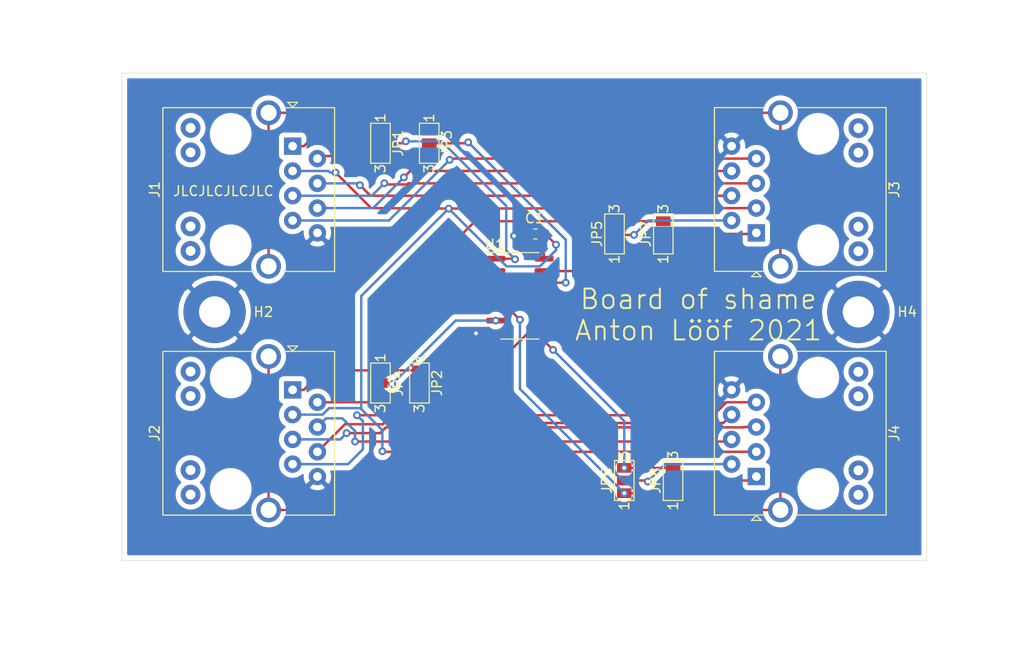
<source format=kicad_pcb>
(kicad_pcb (version 20171130) (host pcbnew "(5.1.5)-3")

  (general
    (thickness 1.6)
    (drawings 6)
    (tracks 185)
    (zones 0)
    (modules 16)
    (nets 29)
  )

  (page A4)
  (layers
    (0 F.Cu signal)
    (31 B.Cu signal)
    (32 B.Adhes user)
    (33 F.Adhes user)
    (34 B.Paste user)
    (35 F.Paste user)
    (36 B.SilkS user)
    (37 F.SilkS user)
    (38 B.Mask user)
    (39 F.Mask user)
    (40 Dwgs.User user)
    (41 Cmts.User user)
    (42 Eco1.User user)
    (43 Eco2.User user)
    (44 Edge.Cuts user)
    (45 Margin user)
    (46 B.CrtYd user)
    (47 F.CrtYd user)
    (48 B.Fab user)
    (49 F.Fab user)
  )

  (setup
    (last_trace_width 0.25)
    (trace_clearance 0.2)
    (zone_clearance 0.508)
    (zone_45_only no)
    (trace_min 0.2)
    (via_size 0.8)
    (via_drill 0.4)
    (via_min_size 0.4)
    (via_min_drill 0.3)
    (uvia_size 0.3)
    (uvia_drill 0.1)
    (uvias_allowed no)
    (uvia_min_size 0.2)
    (uvia_min_drill 0.1)
    (edge_width 0.05)
    (segment_width 0.2)
    (pcb_text_width 0.3)
    (pcb_text_size 1.5 1.5)
    (mod_edge_width 0.12)
    (mod_text_size 1 1)
    (mod_text_width 0.15)
    (pad_size 1.524 1.524)
    (pad_drill 0.762)
    (pad_to_mask_clearance 0.051)
    (solder_mask_min_width 0.25)
    (aux_axis_origin 0 0)
    (visible_elements FFFFFF7F)
    (pcbplotparams
      (layerselection 0x010fc_ffffffff)
      (usegerberextensions false)
      (usegerberattributes false)
      (usegerberadvancedattributes false)
      (creategerberjobfile false)
      (excludeedgelayer true)
      (linewidth 0.100000)
      (plotframeref false)
      (viasonmask false)
      (mode 1)
      (useauxorigin false)
      (hpglpennumber 1)
      (hpglpenspeed 20)
      (hpglpendiameter 15.000000)
      (psnegative false)
      (psa4output false)
      (plotreference true)
      (plotvalue true)
      (plotinvisibletext false)
      (padsonsilk false)
      (subtractmaskfromsilk false)
      (outputformat 1)
      (mirror false)
      (drillshape 0)
      (scaleselection 1)
      (outputdirectory "shame_board_v1"))
  )

  (net 0 "")
  (net 1 GND)
  (net 2 +3V3)
  (net 3 "Net-(J1-PadSH)")
  (net 4 rj27)
  (net 5 rj26)
  (net 6 rj25)
  (net 7 rj24)
  (net 8 "Net-(J1-Pad2)")
  (net 9 "Net-(J1-Pad1)")
  (net 10 "Net-(J2-PadSH)")
  (net 11 rj17)
  (net 12 rj16)
  (net 13 rj15)
  (net 14 rj14)
  (net 15 "Net-(J2-Pad2)")
  (net 16 "Net-(J2-Pad1)")
  (net 17 "Net-(J3-Pad2)")
  (net 18 "Net-(J3-Pad1)")
  (net 19 "Net-(J4-Pad2)")
  (net 20 "Net-(J4-Pad1)")
  (net 21 "Net-(JP1-Pad2)")
  (net 22 "Net-(JP2-Pad2)")
  (net 23 "Net-(JP3-Pad2)")
  (net 24 "Net-(JP4-Pad2)")
  (net 25 "Net-(JP5-Pad1)")
  (net 26 "Net-(JP5-Pad3)")
  (net 27 "Net-(JP6-Pad1)")
  (net 28 "Net-(JP6-Pad3)")

  (net_class Default "This is the default net class."
    (clearance 0.2)
    (trace_width 0.25)
    (via_dia 0.8)
    (via_drill 0.4)
    (uvia_dia 0.3)
    (uvia_drill 0.1)
    (add_net +3V3)
    (add_net GND)
    (add_net "Net-(J1-Pad1)")
    (add_net "Net-(J1-Pad10)")
    (add_net "Net-(J1-Pad11)")
    (add_net "Net-(J1-Pad12)")
    (add_net "Net-(J1-Pad2)")
    (add_net "Net-(J1-Pad9)")
    (add_net "Net-(J1-PadSH)")
    (add_net "Net-(J2-Pad1)")
    (add_net "Net-(J2-Pad10)")
    (add_net "Net-(J2-Pad11)")
    (add_net "Net-(J2-Pad12)")
    (add_net "Net-(J2-Pad2)")
    (add_net "Net-(J2-Pad9)")
    (add_net "Net-(J2-PadSH)")
    (add_net "Net-(J3-Pad1)")
    (add_net "Net-(J3-Pad10)")
    (add_net "Net-(J3-Pad11)")
    (add_net "Net-(J3-Pad12)")
    (add_net "Net-(J3-Pad2)")
    (add_net "Net-(J3-Pad9)")
    (add_net "Net-(J4-Pad1)")
    (add_net "Net-(J4-Pad10)")
    (add_net "Net-(J4-Pad11)")
    (add_net "Net-(J4-Pad12)")
    (add_net "Net-(J4-Pad2)")
    (add_net "Net-(J4-Pad9)")
    (add_net "Net-(JP1-Pad2)")
    (add_net "Net-(JP2-Pad2)")
    (add_net "Net-(JP3-Pad2)")
    (add_net "Net-(JP4-Pad2)")
    (add_net "Net-(JP5-Pad1)")
    (add_net "Net-(JP5-Pad3)")
    (add_net "Net-(JP6-Pad1)")
    (add_net "Net-(JP6-Pad3)")
    (add_net "Net-(U1-Pad10)")
    (add_net "Net-(U1-Pad11)")
    (add_net "Net-(U1-Pad3)")
    (add_net "Net-(U1-Pad4)")
    (add_net rj14)
    (add_net rj15)
    (add_net rj16)
    (add_net rj17)
    (add_net rj24)
    (add_net rj25)
    (add_net rj26)
    (add_net rj27)
  )

  (module MountingHole:MountingHole_3.2mm_M3_Pad (layer F.Cu) (tedit 56D1B4CB) (tstamp 615D2CA8)
    (at 198 102)
    (descr "Mounting Hole 3.2mm, M3")
    (tags "mounting hole 3.2mm m3")
    (path /6169AE0C)
    (attr virtual)
    (fp_text reference H4 (at 5 0) (layer F.SilkS)
      (effects (font (size 1 1) (thickness 0.15)))
    )
    (fp_text value MountingHole_Pad (at 0 4.2) (layer F.Fab)
      (effects (font (size 1 1) (thickness 0.15)))
    )
    (fp_circle (center 0 0) (end 3.45 0) (layer F.CrtYd) (width 0.05))
    (fp_circle (center 0 0) (end 3.2 0) (layer Cmts.User) (width 0.15))
    (fp_text user %R (at 0.3 0) (layer F.Fab)
      (effects (font (size 1 1) (thickness 0.15)))
    )
    (pad 1 thru_hole circle (at 0 0) (size 6.4 6.4) (drill 3.2) (layers *.Cu *.Mask)
      (net 1 GND))
  )

  (module MountingHole:MountingHole_3.2mm_M3_Pad (layer F.Cu) (tedit 56D1B4CB) (tstamp 615D2C98)
    (at 132 102)
    (descr "Mounting Hole 3.2mm, M3")
    (tags "mounting hole 3.2mm m3")
    (path /6169AB05)
    (attr virtual)
    (fp_text reference H2 (at 5 0) (layer F.SilkS)
      (effects (font (size 1 1) (thickness 0.15)))
    )
    (fp_text value MountingHole_Pad (at 0 4.2) (layer F.Fab)
      (effects (font (size 1 1) (thickness 0.15)))
    )
    (fp_circle (center 0 0) (end 3.45 0) (layer F.CrtYd) (width 0.05))
    (fp_circle (center 0 0) (end 3.2 0) (layer Cmts.User) (width 0.15))
    (fp_text user %R (at 0.3 0) (layer F.Fab)
      (effects (font (size 1 1) (thickness 0.15)))
    )
    (pad 1 thru_hole circle (at 0 0) (size 6.4 6.4) (drill 3.2) (layers *.Cu *.Mask)
      (net 1 GND))
  )

  (module Package_SO:SOIC-14_3.9x8.7mm_P1.27mm (layer F.Cu) (tedit 5D9F72B1) (tstamp 615D1132)
    (at 163.3 100.35)
    (descr "SOIC, 14 Pin (JEDEC MS-012AB, https://www.analog.com/media/en/package-pcb-resources/package/pkg_pdf/soic_narrow-r/r_14.pdf), generated with kicad-footprint-generator ipc_gullwing_generator.py")
    (tags "SOIC SO")
    (path /61613C48)
    (attr smd)
    (fp_text reference U1 (at -2.6 -5.28) (layer F.SilkS)
      (effects (font (size 1 1) (thickness 0.15)))
    )
    (fp_text value 74AHC04 (at 0 5.28) (layer F.Fab)
      (effects (font (size 1 1) (thickness 0.15)))
    )
    (fp_text user %R (at 0 0) (layer F.Fab)
      (effects (font (size 0.98 0.98) (thickness 0.15)))
    )
    (fp_line (start 3.7 -4.58) (end -3.7 -4.58) (layer F.CrtYd) (width 0.05))
    (fp_line (start 3.7 4.58) (end 3.7 -4.58) (layer F.CrtYd) (width 0.05))
    (fp_line (start -3.7 4.58) (end 3.7 4.58) (layer F.CrtYd) (width 0.05))
    (fp_line (start -3.7 -4.58) (end -3.7 4.58) (layer F.CrtYd) (width 0.05))
    (fp_line (start -1.95 -3.35) (end -0.975 -4.325) (layer F.Fab) (width 0.1))
    (fp_line (start -1.95 4.325) (end -1.95 -3.35) (layer F.Fab) (width 0.1))
    (fp_line (start 1.95 4.325) (end -1.95 4.325) (layer F.Fab) (width 0.1))
    (fp_line (start 1.95 -4.325) (end 1.95 4.325) (layer F.Fab) (width 0.1))
    (fp_line (start -0.975 -4.325) (end 1.95 -4.325) (layer F.Fab) (width 0.1))
    (fp_line (start 0 -4.435) (end -3.45 -4.435) (layer F.SilkS) (width 0.12))
    (fp_line (start 0 -4.435) (end 1.95 -4.435) (layer F.SilkS) (width 0.12))
    (fp_line (start 0 4.435) (end -1.95 4.435) (layer F.SilkS) (width 0.12))
    (fp_line (start 0 4.435) (end 1.95 4.435) (layer F.SilkS) (width 0.12))
    (pad 14 smd roundrect (at 2.475 -3.81) (size 1.95 0.6) (layers F.Cu F.Paste F.Mask) (roundrect_rratio 0.25)
      (net 2 +3V3))
    (pad 13 smd roundrect (at 2.475 -2.54) (size 1.95 0.6) (layers F.Cu F.Paste F.Mask) (roundrect_rratio 0.25)
      (net 25 "Net-(JP5-Pad1)"))
    (pad 12 smd roundrect (at 2.475 -1.27) (size 1.95 0.6) (layers F.Cu F.Paste F.Mask) (roundrect_rratio 0.25)
      (net 23 "Net-(JP3-Pad2)"))
    (pad 11 smd roundrect (at 2.475 0) (size 1.95 0.6) (layers F.Cu F.Paste F.Mask) (roundrect_rratio 0.25))
    (pad 10 smd roundrect (at 2.475 1.27) (size 1.95 0.6) (layers F.Cu F.Paste F.Mask) (roundrect_rratio 0.25))
    (pad 9 smd roundrect (at 2.475 2.54) (size 1.95 0.6) (layers F.Cu F.Paste F.Mask) (roundrect_rratio 0.25)
      (net 22 "Net-(JP2-Pad2)"))
    (pad 8 smd roundrect (at 2.475 3.81) (size 1.95 0.6) (layers F.Cu F.Paste F.Mask) (roundrect_rratio 0.25)
      (net 28 "Net-(JP6-Pad3)"))
    (pad 7 smd roundrect (at -2.475 3.81) (size 1.95 0.6) (layers F.Cu F.Paste F.Mask) (roundrect_rratio 0.25)
      (net 1 GND))
    (pad 6 smd roundrect (at -2.475 2.54) (size 1.95 0.6) (layers F.Cu F.Paste F.Mask) (roundrect_rratio 0.25)
      (net 24 "Net-(JP4-Pad2)"))
    (pad 5 smd roundrect (at -2.475 1.27) (size 1.95 0.6) (layers F.Cu F.Paste F.Mask) (roundrect_rratio 0.25)
      (net 27 "Net-(JP6-Pad1)"))
    (pad 4 smd roundrect (at -2.475 0) (size 1.95 0.6) (layers F.Cu F.Paste F.Mask) (roundrect_rratio 0.25))
    (pad 3 smd roundrect (at -2.475 -1.27) (size 1.95 0.6) (layers F.Cu F.Paste F.Mask) (roundrect_rratio 0.25))
    (pad 2 smd roundrect (at -2.475 -2.54) (size 1.95 0.6) (layers F.Cu F.Paste F.Mask) (roundrect_rratio 0.25)
      (net 26 "Net-(JP5-Pad3)"))
    (pad 1 smd roundrect (at -2.475 -3.81) (size 1.95 0.6) (layers F.Cu F.Paste F.Mask) (roundrect_rratio 0.25)
      (net 21 "Net-(JP1-Pad2)"))
    (model ${KISYS3DMOD}/Package_SO.3dshapes/SOIC-14_3.9x8.7mm_P1.27mm.wrl
      (at (xyz 0 0 0))
      (scale (xyz 1 1 1))
      (rotate (xyz 0 0 0))
    )
  )

  (module Jumper:SolderJumper-3_P1.3mm_Open_Pad1.0x1.5mm_NumberLabels (layer F.Cu) (tedit 5A3F6CCC) (tstamp 615D1112)
    (at 179 119.3 90)
    (descr "SMD Solder Jumper, 1x1.5mm Pads, 0.3mm gap, open, labeled with numbers")
    (tags "solder jumper open")
    (path /6162EF8F)
    (attr virtual)
    (fp_text reference JP8 (at 0 -1.8 90) (layer F.SilkS)
      (effects (font (size 1 1) (thickness 0.15)))
    )
    (fp_text value x (at 0 1.9 90) (layer F.Fab)
      (effects (font (size 1 1) (thickness 0.15)))
    )
    (fp_line (start 2.3 1.25) (end -2.3 1.25) (layer F.CrtYd) (width 0.05))
    (fp_line (start 2.3 1.25) (end 2.3 -1.25) (layer F.CrtYd) (width 0.05))
    (fp_line (start -2.3 -1.25) (end -2.3 1.25) (layer F.CrtYd) (width 0.05))
    (fp_line (start -2.3 -1.25) (end 2.3 -1.25) (layer F.CrtYd) (width 0.05))
    (fp_line (start -2.05 -1) (end 2.05 -1) (layer F.SilkS) (width 0.12))
    (fp_line (start 2.05 -1) (end 2.05 1) (layer F.SilkS) (width 0.12))
    (fp_line (start 2.05 1) (end -2.05 1) (layer F.SilkS) (width 0.12))
    (fp_line (start -2.05 1) (end -2.05 -1) (layer F.SilkS) (width 0.12))
    (fp_text user 1 (at -2.6 0 90) (layer F.SilkS)
      (effects (font (size 1 1) (thickness 0.15)))
    )
    (fp_text user 3 (at 2.6 0 90) (layer F.SilkS)
      (effects (font (size 1 1) (thickness 0.15)))
    )
    (pad 1 smd rect (at -1.3 0 90) (size 1 1.5) (layers F.Cu F.Mask)
      (net 27 "Net-(JP6-Pad1)"))
    (pad 2 smd rect (at 0 0 90) (size 1 1.5) (layers F.Cu F.Mask)
      (net 20 "Net-(J4-Pad1)"))
    (pad 3 smd rect (at 1.3 0 90) (size 1 1.5) (layers F.Cu F.Mask)
      (net 28 "Net-(JP6-Pad3)"))
  )

  (module Jumper:SolderJumper-3_P1.3mm_Open_Pad1.0x1.5mm_NumberLabels (layer F.Cu) (tedit 5A3F6CCC) (tstamp 615D1101)
    (at 178 94 90)
    (descr "SMD Solder Jumper, 1x1.5mm Pads, 0.3mm gap, open, labeled with numbers")
    (tags "solder jumper open")
    (path /61620A9C)
    (attr virtual)
    (fp_text reference JP7 (at 0 -1.8 90) (layer F.SilkS)
      (effects (font (size 1 1) (thickness 0.15)))
    )
    (fp_text value x (at 0 1.9 90) (layer F.Fab)
      (effects (font (size 1 1) (thickness 0.15)))
    )
    (fp_line (start 2.3 1.25) (end -2.3 1.25) (layer F.CrtYd) (width 0.05))
    (fp_line (start 2.3 1.25) (end 2.3 -1.25) (layer F.CrtYd) (width 0.05))
    (fp_line (start -2.3 -1.25) (end -2.3 1.25) (layer F.CrtYd) (width 0.05))
    (fp_line (start -2.3 -1.25) (end 2.3 -1.25) (layer F.CrtYd) (width 0.05))
    (fp_line (start -2.05 -1) (end 2.05 -1) (layer F.SilkS) (width 0.12))
    (fp_line (start 2.05 -1) (end 2.05 1) (layer F.SilkS) (width 0.12))
    (fp_line (start 2.05 1) (end -2.05 1) (layer F.SilkS) (width 0.12))
    (fp_line (start -2.05 1) (end -2.05 -1) (layer F.SilkS) (width 0.12))
    (fp_text user 1 (at -2.6 0 90) (layer F.SilkS)
      (effects (font (size 1 1) (thickness 0.15)))
    )
    (fp_text user 3 (at 2.6 0 90) (layer F.SilkS)
      (effects (font (size 1 1) (thickness 0.15)))
    )
    (pad 1 smd rect (at -1.3 0 90) (size 1 1.5) (layers F.Cu F.Mask)
      (net 25 "Net-(JP5-Pad1)"))
    (pad 2 smd rect (at 0 0 90) (size 1 1.5) (layers F.Cu F.Mask)
      (net 18 "Net-(J3-Pad1)"))
    (pad 3 smd rect (at 1.3 0 90) (size 1 1.5) (layers F.Cu F.Mask)
      (net 26 "Net-(JP5-Pad3)"))
  )

  (module Jumper:SolderJumper-3_P1.3mm_Open_Pad1.0x1.5mm_NumberLabels (layer F.Cu) (tedit 5A3F6CCC) (tstamp 615D10F0)
    (at 174 119.3 90)
    (descr "SMD Solder Jumper, 1x1.5mm Pads, 0.3mm gap, open, labeled with numbers")
    (tags "solder jumper open")
    (path /6162EF95)
    (attr virtual)
    (fp_text reference JP6 (at 0 -1.8 90) (layer F.SilkS)
      (effects (font (size 1 1) (thickness 0.15)))
    )
    (fp_text value x (at 0 1.9 90) (layer F.Fab)
      (effects (font (size 1 1) (thickness 0.15)))
    )
    (fp_line (start 2.3 1.25) (end -2.3 1.25) (layer F.CrtYd) (width 0.05))
    (fp_line (start 2.3 1.25) (end 2.3 -1.25) (layer F.CrtYd) (width 0.05))
    (fp_line (start -2.3 -1.25) (end -2.3 1.25) (layer F.CrtYd) (width 0.05))
    (fp_line (start -2.3 -1.25) (end 2.3 -1.25) (layer F.CrtYd) (width 0.05))
    (fp_line (start -2.05 -1) (end 2.05 -1) (layer F.SilkS) (width 0.12))
    (fp_line (start 2.05 -1) (end 2.05 1) (layer F.SilkS) (width 0.12))
    (fp_line (start 2.05 1) (end -2.05 1) (layer F.SilkS) (width 0.12))
    (fp_line (start -2.05 1) (end -2.05 -1) (layer F.SilkS) (width 0.12))
    (fp_text user 1 (at -2.6 0 90) (layer F.SilkS)
      (effects (font (size 1 1) (thickness 0.15)))
    )
    (fp_text user 3 (at 2.6 0 90) (layer F.SilkS)
      (effects (font (size 1 1) (thickness 0.15)))
    )
    (pad 1 smd rect (at -1.3 0 90) (size 1 1.5) (layers F.Cu F.Mask)
      (net 27 "Net-(JP6-Pad1)"))
    (pad 2 smd rect (at 0 0 90) (size 1 1.5) (layers F.Cu F.Mask)
      (net 19 "Net-(J4-Pad2)"))
    (pad 3 smd rect (at 1.3 0 90) (size 1 1.5) (layers F.Cu F.Mask)
      (net 28 "Net-(JP6-Pad3)"))
  )

  (module Jumper:SolderJumper-3_P1.3mm_Open_Pad1.0x1.5mm_NumberLabels (layer F.Cu) (tedit 5A3F6CCC) (tstamp 615D10DF)
    (at 173 94 90)
    (descr "SMD Solder Jumper, 1x1.5mm Pads, 0.3mm gap, open, labeled with numbers")
    (tags "solder jumper open")
    (path /61621245)
    (attr virtual)
    (fp_text reference JP5 (at 0 -1.8 90) (layer F.SilkS)
      (effects (font (size 1 1) (thickness 0.15)))
    )
    (fp_text value x (at 0 1.9 90) (layer F.Fab)
      (effects (font (size 1 1) (thickness 0.15)))
    )
    (fp_line (start 2.3 1.25) (end -2.3 1.25) (layer F.CrtYd) (width 0.05))
    (fp_line (start 2.3 1.25) (end 2.3 -1.25) (layer F.CrtYd) (width 0.05))
    (fp_line (start -2.3 -1.25) (end -2.3 1.25) (layer F.CrtYd) (width 0.05))
    (fp_line (start -2.3 -1.25) (end 2.3 -1.25) (layer F.CrtYd) (width 0.05))
    (fp_line (start -2.05 -1) (end 2.05 -1) (layer F.SilkS) (width 0.12))
    (fp_line (start 2.05 -1) (end 2.05 1) (layer F.SilkS) (width 0.12))
    (fp_line (start 2.05 1) (end -2.05 1) (layer F.SilkS) (width 0.12))
    (fp_line (start -2.05 1) (end -2.05 -1) (layer F.SilkS) (width 0.12))
    (fp_text user 1 (at -2.6 0 90) (layer F.SilkS)
      (effects (font (size 1 1) (thickness 0.15)))
    )
    (fp_text user 3 (at 2.6 0 90) (layer F.SilkS)
      (effects (font (size 1 1) (thickness 0.15)))
    )
    (pad 1 smd rect (at -1.3 0 90) (size 1 1.5) (layers F.Cu F.Mask)
      (net 25 "Net-(JP5-Pad1)"))
    (pad 2 smd rect (at 0 0 90) (size 1 1.5) (layers F.Cu F.Mask)
      (net 17 "Net-(J3-Pad2)"))
    (pad 3 smd rect (at 1.3 0 90) (size 1 1.5) (layers F.Cu F.Mask)
      (net 26 "Net-(JP5-Pad3)"))
  )

  (module Jumper:SolderJumper-3_P1.3mm_Open_Pad1.0x1.5mm_NumberLabels (layer F.Cu) (tedit 5A3F6CCC) (tstamp 615D10CE)
    (at 149 109.3 270)
    (descr "SMD Solder Jumper, 1x1.5mm Pads, 0.3mm gap, open, labeled with numbers")
    (tags "solder jumper open")
    (path /6162EF75)
    (attr virtual)
    (fp_text reference JP4 (at 0 -1.8 90) (layer F.SilkS)
      (effects (font (size 1 1) (thickness 0.15)))
    )
    (fp_text value x (at 0 1.9 90) (layer F.Fab)
      (effects (font (size 1 1) (thickness 0.15)))
    )
    (fp_line (start 2.3 1.25) (end -2.3 1.25) (layer F.CrtYd) (width 0.05))
    (fp_line (start 2.3 1.25) (end 2.3 -1.25) (layer F.CrtYd) (width 0.05))
    (fp_line (start -2.3 -1.25) (end -2.3 1.25) (layer F.CrtYd) (width 0.05))
    (fp_line (start -2.3 -1.25) (end 2.3 -1.25) (layer F.CrtYd) (width 0.05))
    (fp_line (start -2.05 -1) (end 2.05 -1) (layer F.SilkS) (width 0.12))
    (fp_line (start 2.05 -1) (end 2.05 1) (layer F.SilkS) (width 0.12))
    (fp_line (start 2.05 1) (end -2.05 1) (layer F.SilkS) (width 0.12))
    (fp_line (start -2.05 1) (end -2.05 -1) (layer F.SilkS) (width 0.12))
    (fp_text user 1 (at -2.6 0 90) (layer F.SilkS)
      (effects (font (size 1 1) (thickness 0.15)))
    )
    (fp_text user 3 (at 2.6 0 90) (layer F.SilkS)
      (effects (font (size 1 1) (thickness 0.15)))
    )
    (pad 1 smd rect (at -1.3 0 270) (size 1 1.5) (layers F.Cu F.Mask)
      (net 16 "Net-(J2-Pad1)"))
    (pad 2 smd rect (at 0 0 270) (size 1 1.5) (layers F.Cu F.Mask)
      (net 24 "Net-(JP4-Pad2)"))
    (pad 3 smd rect (at 1.3 0 270) (size 1 1.5) (layers F.Cu F.Mask)
      (net 15 "Net-(J2-Pad2)"))
  )

  (module Jumper:SolderJumper-3_P1.3mm_Open_Pad1.0x1.5mm_NumberLabels (layer F.Cu) (tedit 5A3F6CCC) (tstamp 615D10BD)
    (at 154 84.7 270)
    (descr "SMD Solder Jumper, 1x1.5mm Pads, 0.3mm gap, open, labeled with numbers")
    (tags "solder jumper open")
    (path /6161D53D)
    (attr virtual)
    (fp_text reference JP3 (at 0 -1.8 90) (layer F.SilkS)
      (effects (font (size 1 1) (thickness 0.15)))
    )
    (fp_text value x (at 0 1.9 90) (layer F.Fab)
      (effects (font (size 1 1) (thickness 0.15)))
    )
    (fp_line (start 2.3 1.25) (end -2.3 1.25) (layer F.CrtYd) (width 0.05))
    (fp_line (start 2.3 1.25) (end 2.3 -1.25) (layer F.CrtYd) (width 0.05))
    (fp_line (start -2.3 -1.25) (end -2.3 1.25) (layer F.CrtYd) (width 0.05))
    (fp_line (start -2.3 -1.25) (end 2.3 -1.25) (layer F.CrtYd) (width 0.05))
    (fp_line (start -2.05 -1) (end 2.05 -1) (layer F.SilkS) (width 0.12))
    (fp_line (start 2.05 -1) (end 2.05 1) (layer F.SilkS) (width 0.12))
    (fp_line (start 2.05 1) (end -2.05 1) (layer F.SilkS) (width 0.12))
    (fp_line (start -2.05 1) (end -2.05 -1) (layer F.SilkS) (width 0.12))
    (fp_text user 1 (at -2.6 0 90) (layer F.SilkS)
      (effects (font (size 1 1) (thickness 0.15)))
    )
    (fp_text user 3 (at 2.6 0 90) (layer F.SilkS)
      (effects (font (size 1 1) (thickness 0.15)))
    )
    (pad 1 smd rect (at -1.3 0 270) (size 1 1.5) (layers F.Cu F.Mask)
      (net 9 "Net-(J1-Pad1)"))
    (pad 2 smd rect (at 0 0 270) (size 1 1.5) (layers F.Cu F.Mask)
      (net 23 "Net-(JP3-Pad2)"))
    (pad 3 smd rect (at 1.3 0 270) (size 1 1.5) (layers F.Cu F.Mask)
      (net 8 "Net-(J1-Pad2)"))
  )

  (module Jumper:SolderJumper-3_P1.3mm_Open_Pad1.0x1.5mm_NumberLabels (layer F.Cu) (tedit 5A3F6CCC) (tstamp 615D10AC)
    (at 153 109.3 270)
    (descr "SMD Solder Jumper, 1x1.5mm Pads, 0.3mm gap, open, labeled with numbers")
    (tags "solder jumper open")
    (path /6162EF7B)
    (attr virtual)
    (fp_text reference JP2 (at 0 -1.8 90) (layer F.SilkS)
      (effects (font (size 1 1) (thickness 0.15)))
    )
    (fp_text value x (at 0 1.9 90) (layer F.Fab)
      (effects (font (size 1 1) (thickness 0.15)))
    )
    (fp_line (start 2.3 1.25) (end -2.3 1.25) (layer F.CrtYd) (width 0.05))
    (fp_line (start 2.3 1.25) (end 2.3 -1.25) (layer F.CrtYd) (width 0.05))
    (fp_line (start -2.3 -1.25) (end -2.3 1.25) (layer F.CrtYd) (width 0.05))
    (fp_line (start -2.3 -1.25) (end 2.3 -1.25) (layer F.CrtYd) (width 0.05))
    (fp_line (start -2.05 -1) (end 2.05 -1) (layer F.SilkS) (width 0.12))
    (fp_line (start 2.05 -1) (end 2.05 1) (layer F.SilkS) (width 0.12))
    (fp_line (start 2.05 1) (end -2.05 1) (layer F.SilkS) (width 0.12))
    (fp_line (start -2.05 1) (end -2.05 -1) (layer F.SilkS) (width 0.12))
    (fp_text user 1 (at -2.6 0 90) (layer F.SilkS)
      (effects (font (size 1 1) (thickness 0.15)))
    )
    (fp_text user 3 (at 2.6 0 90) (layer F.SilkS)
      (effects (font (size 1 1) (thickness 0.15)))
    )
    (pad 1 smd rect (at -1.3 0 270) (size 1 1.5) (layers F.Cu F.Mask)
      (net 16 "Net-(J2-Pad1)"))
    (pad 2 smd rect (at 0 0 270) (size 1 1.5) (layers F.Cu F.Mask)
      (net 22 "Net-(JP2-Pad2)"))
    (pad 3 smd rect (at 1.3 0 270) (size 1 1.5) (layers F.Cu F.Mask)
      (net 15 "Net-(J2-Pad2)"))
  )

  (module Jumper:SolderJumper-3_P1.3mm_Open_Pad1.0x1.5mm_NumberLabels (layer F.Cu) (tedit 5A3F6CCC) (tstamp 615D109B)
    (at 149 84.7 270)
    (descr "SMD Solder Jumper, 1x1.5mm Pads, 0.3mm gap, open, labeled with numbers")
    (tags "solder jumper open")
    (path /6161D98C)
    (attr virtual)
    (fp_text reference JP1 (at 0 -1.8 90) (layer F.SilkS)
      (effects (font (size 1 1) (thickness 0.15)))
    )
    (fp_text value x (at 0 1.9 90) (layer F.Fab)
      (effects (font (size 1 1) (thickness 0.15)))
    )
    (fp_line (start 2.3 1.25) (end -2.3 1.25) (layer F.CrtYd) (width 0.05))
    (fp_line (start 2.3 1.25) (end 2.3 -1.25) (layer F.CrtYd) (width 0.05))
    (fp_line (start -2.3 -1.25) (end -2.3 1.25) (layer F.CrtYd) (width 0.05))
    (fp_line (start -2.3 -1.25) (end 2.3 -1.25) (layer F.CrtYd) (width 0.05))
    (fp_line (start -2.05 -1) (end 2.05 -1) (layer F.SilkS) (width 0.12))
    (fp_line (start 2.05 -1) (end 2.05 1) (layer F.SilkS) (width 0.12))
    (fp_line (start 2.05 1) (end -2.05 1) (layer F.SilkS) (width 0.12))
    (fp_line (start -2.05 1) (end -2.05 -1) (layer F.SilkS) (width 0.12))
    (fp_text user 1 (at -2.6 0 90) (layer F.SilkS)
      (effects (font (size 1 1) (thickness 0.15)))
    )
    (fp_text user 3 (at 2.6 0 90) (layer F.SilkS)
      (effects (font (size 1 1) (thickness 0.15)))
    )
    (pad 1 smd rect (at -1.3 0 270) (size 1 1.5) (layers F.Cu F.Mask)
      (net 9 "Net-(J1-Pad1)"))
    (pad 2 smd rect (at 0 0 270) (size 1 1.5) (layers F.Cu F.Mask)
      (net 21 "Net-(JP1-Pad2)"))
    (pad 3 smd rect (at 1.3 0 270) (size 1 1.5) (layers F.Cu F.Mask)
      (net 8 "Net-(J1-Pad2)"))
  )

  (module Connector_RJ:RJ45_BEL_SS74301-00x_Vertical (layer F.Cu) (tedit 5C425612) (tstamp 615D108A)
    (at 187.54 118.89 90)
    (descr https://belfuse.com/resources/drawings/stewartconnector/dr-stw-ss-74301-001-ss-74301-002-ss-74301-005.pdf)
    (tags "RJ45 Vertical Shield LED Green Yellow")
    (path /61641D70)
    (fp_text reference J4 (at 4.445 14.15 90) (layer F.SilkS)
      (effects (font (size 1 1) (thickness 0.15)))
    )
    (fp_text value RJ45_LED_Shielded (at 4.445 2.54 90) (layer F.Fab)
      (effects (font (size 1 1) (thickness 0.15)))
    )
    (fp_line (start -4.06 3.85) (end -4.95 3.85) (layer F.CrtYd) (width 0.05))
    (fp_line (start -4.06 1.05) (end -4.95 1.05) (layer F.CrtYd) (width 0.05))
    (fp_line (start 12.95 3.85) (end 13.85 3.85) (layer F.CrtYd) (width 0.05))
    (fp_line (start 12.95 1.05) (end 13.85 1.05) (layer F.CrtYd) (width 0.05))
    (fp_line (start -4.7 2.5) (end -4.7 1.35) (layer F.Fab) (width 0.1))
    (fp_line (start -3.8 0.5) (end -3.3 0) (layer F.Fab) (width 0.1))
    (fp_line (start -3.8 -0.5) (end -3.3 0) (layer F.Fab) (width 0.1))
    (fp_line (start -4.5 0.5) (end -4 0) (layer F.SilkS) (width 0.12))
    (fp_line (start -4.5 -0.5) (end -4.5 0.5) (layer F.SilkS) (width 0.12))
    (fp_line (start -4 0) (end -4.5 -0.5) (layer F.SilkS) (width 0.12))
    (fp_text user %R (at 4.445 4.85 90) (layer F.Fab)
      (effects (font (size 1 1) (thickness 0.15)))
    )
    (fp_line (start 12.85 13.3) (end 12.85 3.9) (layer F.SilkS) (width 0.12))
    (fp_line (start -3.95 -4.3) (end -3.95 1) (layer F.SilkS) (width 0.12))
    (fp_line (start 12.85 -4.3) (end 12.85 1) (layer F.SilkS) (width 0.12))
    (fp_line (start -3.95 -4.3) (end 12.85 -4.3) (layer F.SilkS) (width 0.12))
    (fp_line (start -3.95 13.2) (end -3.95 3.9) (layer F.SilkS) (width 0.12))
    (fp_line (start -3.95 13.3) (end 12.85 13.3) (layer F.SilkS) (width 0.12))
    (fp_line (start 12.95 1.05) (end 12.95 -4.39) (layer F.CrtYd) (width 0.05))
    (fp_line (start 13.85 3.85) (end 13.85 1.05) (layer F.CrtYd) (width 0.05))
    (fp_line (start -4.06 1.05) (end -4.06 -4.39) (layer F.CrtYd) (width 0.05))
    (fp_line (start -4.95 3.85) (end -4.95 1.05) (layer F.CrtYd) (width 0.05))
    (fp_line (start -4.06 13.38) (end -4.06 3.85) (layer F.CrtYd) (width 0.05))
    (fp_line (start 12.95 13.38) (end -4.06 13.38) (layer F.CrtYd) (width 0.05))
    (fp_line (start 12.95 3.85) (end 12.95 13.38) (layer F.CrtYd) (width 0.05))
    (fp_line (start -4.06 -4.39) (end 12.95 -4.39) (layer F.CrtYd) (width 0.05))
    (fp_line (start -3.81 -4.1402) (end 12.7 -4.1402) (layer F.Fab) (width 0.1))
    (fp_line (start 12.7 -4.1402) (end 12.7 13.1318) (layer F.Fab) (width 0.1))
    (fp_line (start -3.81 -4.1402) (end -3.81 13.1318) (layer F.Fab) (width 0.1))
    (fp_line (start -3.81 13.1318) (end 12.7 13.1318) (layer F.Fab) (width 0.1))
    (pad "" np_thru_hole circle (at 10.16 6.35 90) (size 3.2512 3.2512) (drill 3.2512) (layers *.Cu *.Mask))
    (pad "" np_thru_hole circle (at -1.27 6.35 90) (size 3.2512 3.2512) (drill 3.2512) (layers *.Cu *.Mask))
    (pad SH thru_hole circle (at 12.319 2.4638 90) (size 2.54 2.54) (drill 1.651) (layers *.Cu *.Mask)
      (net 10 "Net-(J2-PadSH)"))
    (pad SH thru_hole circle (at -3.429 2.4638 90) (size 2.54 2.54) (drill 1.651) (layers *.Cu *.Mask)
      (net 10 "Net-(J2-PadSH)"))
    (pad 10 thru_hole circle (at 8.2296 10.4648 90) (size 2.032 2.032) (drill 1.016) (layers *.Cu *.Mask))
    (pad 9 thru_hole circle (at 10.7442 10.4648 90) (size 2.032 2.032) (drill 1.016) (layers *.Cu *.Mask))
    (pad 11 thru_hole circle (at 0.635 10.4648 90) (size 2.032 2.032) (drill 1.016) (layers *.Cu *.Mask))
    (pad 12 thru_hole circle (at -1.8796 10.4648 90) (size 2.032 2.032) (drill 1.016) (layers *.Cu *.Mask))
    (pad 8 thru_hole circle (at 8.89 -2.54 90) (size 1.778 1.778) (drill 0.889) (layers *.Cu *.Mask)
      (net 1 GND))
    (pad 7 thru_hole circle (at 7.62 0 90) (size 1.778 1.778) (drill 0.889) (layers *.Cu *.Mask)
      (net 11 rj17))
    (pad 6 thru_hole circle (at 6.35 -2.54 90) (size 1.778 1.778) (drill 0.889) (layers *.Cu *.Mask)
      (net 12 rj16))
    (pad 5 thru_hole circle (at 5.08 0 90) (size 1.778 1.778) (drill 0.889) (layers *.Cu *.Mask)
      (net 13 rj15))
    (pad 4 thru_hole circle (at 3.81 -2.54 90) (size 1.778 1.778) (drill 0.889) (layers *.Cu *.Mask)
      (net 14 rj14))
    (pad 3 thru_hole circle (at 2.54 0 90) (size 1.778 1.778) (drill 0.889) (layers *.Cu *.Mask)
      (net 2 +3V3))
    (pad 2 thru_hole circle (at 1.27 -2.54 90) (size 1.778 1.778) (drill 0.889) (layers *.Cu *.Mask)
      (net 19 "Net-(J4-Pad2)"))
    (pad 1 thru_hole rect (at 0 0 90) (size 1.778 1.778) (drill 0.889) (layers *.Cu *.Mask)
      (net 20 "Net-(J4-Pad1)"))
    (model ${KISYS3DMOD}/Connector_RJ.3dshapes/RJ45_BEL_SS74301-00x_Vertical.wrl
      (at (xyz 0 0 0))
      (scale (xyz 1 1 1))
      (rotate (xyz 0 0 0))
    )
  )

  (module Connector_RJ:RJ45_BEL_SS74301-00x_Vertical (layer F.Cu) (tedit 5C425612) (tstamp 615D1059)
    (at 187.54 93.89 90)
    (descr https://belfuse.com/resources/drawings/stewartconnector/dr-stw-ss-74301-001-ss-74301-002-ss-74301-005.pdf)
    (tags "RJ45 Vertical Shield LED Green Yellow")
    (path /61640C91)
    (fp_text reference J3 (at 4.445 14.15 90) (layer F.SilkS)
      (effects (font (size 1 1) (thickness 0.15)))
    )
    (fp_text value RJ45_LED_Shielded (at 4.445 2.54 90) (layer F.Fab)
      (effects (font (size 1 1) (thickness 0.15)))
    )
    (fp_line (start -4.06 3.85) (end -4.95 3.85) (layer F.CrtYd) (width 0.05))
    (fp_line (start -4.06 1.05) (end -4.95 1.05) (layer F.CrtYd) (width 0.05))
    (fp_line (start 12.95 3.85) (end 13.85 3.85) (layer F.CrtYd) (width 0.05))
    (fp_line (start 12.95 1.05) (end 13.85 1.05) (layer F.CrtYd) (width 0.05))
    (fp_line (start -4.7 2.5) (end -4.7 1.35) (layer F.Fab) (width 0.1))
    (fp_line (start -3.8 0.5) (end -3.3 0) (layer F.Fab) (width 0.1))
    (fp_line (start -3.8 -0.5) (end -3.3 0) (layer F.Fab) (width 0.1))
    (fp_line (start -4.5 0.5) (end -4 0) (layer F.SilkS) (width 0.12))
    (fp_line (start -4.5 -0.5) (end -4.5 0.5) (layer F.SilkS) (width 0.12))
    (fp_line (start -4 0) (end -4.5 -0.5) (layer F.SilkS) (width 0.12))
    (fp_text user %R (at 4.445 4.85 90) (layer F.Fab)
      (effects (font (size 1 1) (thickness 0.15)))
    )
    (fp_line (start 12.85 13.3) (end 12.85 3.9) (layer F.SilkS) (width 0.12))
    (fp_line (start -3.95 -4.3) (end -3.95 1) (layer F.SilkS) (width 0.12))
    (fp_line (start 12.85 -4.3) (end 12.85 1) (layer F.SilkS) (width 0.12))
    (fp_line (start -3.95 -4.3) (end 12.85 -4.3) (layer F.SilkS) (width 0.12))
    (fp_line (start -3.95 13.2) (end -3.95 3.9) (layer F.SilkS) (width 0.12))
    (fp_line (start -3.95 13.3) (end 12.85 13.3) (layer F.SilkS) (width 0.12))
    (fp_line (start 12.95 1.05) (end 12.95 -4.39) (layer F.CrtYd) (width 0.05))
    (fp_line (start 13.85 3.85) (end 13.85 1.05) (layer F.CrtYd) (width 0.05))
    (fp_line (start -4.06 1.05) (end -4.06 -4.39) (layer F.CrtYd) (width 0.05))
    (fp_line (start -4.95 3.85) (end -4.95 1.05) (layer F.CrtYd) (width 0.05))
    (fp_line (start -4.06 13.38) (end -4.06 3.85) (layer F.CrtYd) (width 0.05))
    (fp_line (start 12.95 13.38) (end -4.06 13.38) (layer F.CrtYd) (width 0.05))
    (fp_line (start 12.95 3.85) (end 12.95 13.38) (layer F.CrtYd) (width 0.05))
    (fp_line (start -4.06 -4.39) (end 12.95 -4.39) (layer F.CrtYd) (width 0.05))
    (fp_line (start -3.81 -4.1402) (end 12.7 -4.1402) (layer F.Fab) (width 0.1))
    (fp_line (start 12.7 -4.1402) (end 12.7 13.1318) (layer F.Fab) (width 0.1))
    (fp_line (start -3.81 -4.1402) (end -3.81 13.1318) (layer F.Fab) (width 0.1))
    (fp_line (start -3.81 13.1318) (end 12.7 13.1318) (layer F.Fab) (width 0.1))
    (pad "" np_thru_hole circle (at 10.16 6.35 90) (size 3.2512 3.2512) (drill 3.2512) (layers *.Cu *.Mask))
    (pad "" np_thru_hole circle (at -1.27 6.35 90) (size 3.2512 3.2512) (drill 3.2512) (layers *.Cu *.Mask))
    (pad SH thru_hole circle (at 12.319 2.4638 90) (size 2.54 2.54) (drill 1.651) (layers *.Cu *.Mask)
      (net 3 "Net-(J1-PadSH)"))
    (pad SH thru_hole circle (at -3.429 2.4638 90) (size 2.54 2.54) (drill 1.651) (layers *.Cu *.Mask)
      (net 3 "Net-(J1-PadSH)"))
    (pad 10 thru_hole circle (at 8.2296 10.4648 90) (size 2.032 2.032) (drill 1.016) (layers *.Cu *.Mask))
    (pad 9 thru_hole circle (at 10.7442 10.4648 90) (size 2.032 2.032) (drill 1.016) (layers *.Cu *.Mask))
    (pad 11 thru_hole circle (at 0.635 10.4648 90) (size 2.032 2.032) (drill 1.016) (layers *.Cu *.Mask))
    (pad 12 thru_hole circle (at -1.8796 10.4648 90) (size 2.032 2.032) (drill 1.016) (layers *.Cu *.Mask))
    (pad 8 thru_hole circle (at 8.89 -2.54 90) (size 1.778 1.778) (drill 0.889) (layers *.Cu *.Mask)
      (net 1 GND))
    (pad 7 thru_hole circle (at 7.62 0 90) (size 1.778 1.778) (drill 0.889) (layers *.Cu *.Mask)
      (net 4 rj27))
    (pad 6 thru_hole circle (at 6.35 -2.54 90) (size 1.778 1.778) (drill 0.889) (layers *.Cu *.Mask)
      (net 5 rj26))
    (pad 5 thru_hole circle (at 5.08 0 90) (size 1.778 1.778) (drill 0.889) (layers *.Cu *.Mask)
      (net 6 rj25))
    (pad 4 thru_hole circle (at 3.81 -2.54 90) (size 1.778 1.778) (drill 0.889) (layers *.Cu *.Mask)
      (net 7 rj24))
    (pad 3 thru_hole circle (at 2.54 0 90) (size 1.778 1.778) (drill 0.889) (layers *.Cu *.Mask)
      (net 2 +3V3))
    (pad 2 thru_hole circle (at 1.27 -2.54 90) (size 1.778 1.778) (drill 0.889) (layers *.Cu *.Mask)
      (net 17 "Net-(J3-Pad2)"))
    (pad 1 thru_hole rect (at 0 0 90) (size 1.778 1.778) (drill 0.889) (layers *.Cu *.Mask)
      (net 18 "Net-(J3-Pad1)"))
    (model ${KISYS3DMOD}/Connector_RJ.3dshapes/RJ45_BEL_SS74301-00x_Vertical.wrl
      (at (xyz 0 0 0))
      (scale (xyz 1 1 1))
      (rotate (xyz 0 0 0))
    )
  )

  (module Connector_RJ:RJ45_BEL_SS74301-00x_Vertical (layer F.Cu) (tedit 5C425612) (tstamp 615D1028)
    (at 140 110 270)
    (descr https://belfuse.com/resources/drawings/stewartconnector/dr-stw-ss-74301-001-ss-74301-002-ss-74301-005.pdf)
    (tags "RJ45 Vertical Shield LED Green Yellow")
    (path /6163DFD8)
    (fp_text reference J2 (at 4.445 14.15 90) (layer F.SilkS)
      (effects (font (size 1 1) (thickness 0.15)))
    )
    (fp_text value RJ45_LED_Shielded (at 4.445 2.54 90) (layer F.Fab)
      (effects (font (size 1 1) (thickness 0.15)))
    )
    (fp_line (start -4.06 3.85) (end -4.95 3.85) (layer F.CrtYd) (width 0.05))
    (fp_line (start -4.06 1.05) (end -4.95 1.05) (layer F.CrtYd) (width 0.05))
    (fp_line (start 12.95 3.85) (end 13.85 3.85) (layer F.CrtYd) (width 0.05))
    (fp_line (start 12.95 1.05) (end 13.85 1.05) (layer F.CrtYd) (width 0.05))
    (fp_line (start -4.7 2.5) (end -4.7 1.35) (layer F.Fab) (width 0.1))
    (fp_line (start -3.8 0.5) (end -3.3 0) (layer F.Fab) (width 0.1))
    (fp_line (start -3.8 -0.5) (end -3.3 0) (layer F.Fab) (width 0.1))
    (fp_line (start -4.5 0.5) (end -4 0) (layer F.SilkS) (width 0.12))
    (fp_line (start -4.5 -0.5) (end -4.5 0.5) (layer F.SilkS) (width 0.12))
    (fp_line (start -4 0) (end -4.5 -0.5) (layer F.SilkS) (width 0.12))
    (fp_text user %R (at 4.445 4.85 90) (layer F.Fab)
      (effects (font (size 1 1) (thickness 0.15)))
    )
    (fp_line (start 12.85 13.3) (end 12.85 3.9) (layer F.SilkS) (width 0.12))
    (fp_line (start -3.95 -4.3) (end -3.95 1) (layer F.SilkS) (width 0.12))
    (fp_line (start 12.85 -4.3) (end 12.85 1) (layer F.SilkS) (width 0.12))
    (fp_line (start -3.95 -4.3) (end 12.85 -4.3) (layer F.SilkS) (width 0.12))
    (fp_line (start -3.95 13.2) (end -3.95 3.9) (layer F.SilkS) (width 0.12))
    (fp_line (start -3.95 13.3) (end 12.85 13.3) (layer F.SilkS) (width 0.12))
    (fp_line (start 12.95 1.05) (end 12.95 -4.39) (layer F.CrtYd) (width 0.05))
    (fp_line (start 13.85 3.85) (end 13.85 1.05) (layer F.CrtYd) (width 0.05))
    (fp_line (start -4.06 1.05) (end -4.06 -4.39) (layer F.CrtYd) (width 0.05))
    (fp_line (start -4.95 3.85) (end -4.95 1.05) (layer F.CrtYd) (width 0.05))
    (fp_line (start -4.06 13.38) (end -4.06 3.85) (layer F.CrtYd) (width 0.05))
    (fp_line (start 12.95 13.38) (end -4.06 13.38) (layer F.CrtYd) (width 0.05))
    (fp_line (start 12.95 3.85) (end 12.95 13.38) (layer F.CrtYd) (width 0.05))
    (fp_line (start -4.06 -4.39) (end 12.95 -4.39) (layer F.CrtYd) (width 0.05))
    (fp_line (start -3.81 -4.1402) (end 12.7 -4.1402) (layer F.Fab) (width 0.1))
    (fp_line (start 12.7 -4.1402) (end 12.7 13.1318) (layer F.Fab) (width 0.1))
    (fp_line (start -3.81 -4.1402) (end -3.81 13.1318) (layer F.Fab) (width 0.1))
    (fp_line (start -3.81 13.1318) (end 12.7 13.1318) (layer F.Fab) (width 0.1))
    (pad "" np_thru_hole circle (at 10.16 6.35 270) (size 3.2512 3.2512) (drill 3.2512) (layers *.Cu *.Mask))
    (pad "" np_thru_hole circle (at -1.27 6.35 270) (size 3.2512 3.2512) (drill 3.2512) (layers *.Cu *.Mask))
    (pad SH thru_hole circle (at 12.319 2.4638 270) (size 2.54 2.54) (drill 1.651) (layers *.Cu *.Mask)
      (net 10 "Net-(J2-PadSH)"))
    (pad SH thru_hole circle (at -3.429 2.4638 270) (size 2.54 2.54) (drill 1.651) (layers *.Cu *.Mask)
      (net 10 "Net-(J2-PadSH)"))
    (pad 10 thru_hole circle (at 8.2296 10.4648 270) (size 2.032 2.032) (drill 1.016) (layers *.Cu *.Mask))
    (pad 9 thru_hole circle (at 10.7442 10.4648 270) (size 2.032 2.032) (drill 1.016) (layers *.Cu *.Mask))
    (pad 11 thru_hole circle (at 0.635 10.4648 270) (size 2.032 2.032) (drill 1.016) (layers *.Cu *.Mask))
    (pad 12 thru_hole circle (at -1.8796 10.4648 270) (size 2.032 2.032) (drill 1.016) (layers *.Cu *.Mask))
    (pad 8 thru_hole circle (at 8.89 -2.54 270) (size 1.778 1.778) (drill 0.889) (layers *.Cu *.Mask)
      (net 1 GND))
    (pad 7 thru_hole circle (at 7.62 0 270) (size 1.778 1.778) (drill 0.889) (layers *.Cu *.Mask)
      (net 11 rj17))
    (pad 6 thru_hole circle (at 6.35 -2.54 270) (size 1.778 1.778) (drill 0.889) (layers *.Cu *.Mask)
      (net 12 rj16))
    (pad 5 thru_hole circle (at 5.08 0 270) (size 1.778 1.778) (drill 0.889) (layers *.Cu *.Mask)
      (net 13 rj15))
    (pad 4 thru_hole circle (at 3.81 -2.54 270) (size 1.778 1.778) (drill 0.889) (layers *.Cu *.Mask)
      (net 14 rj14))
    (pad 3 thru_hole circle (at 2.54 0 270) (size 1.778 1.778) (drill 0.889) (layers *.Cu *.Mask)
      (net 2 +3V3))
    (pad 2 thru_hole circle (at 1.27 -2.54 270) (size 1.778 1.778) (drill 0.889) (layers *.Cu *.Mask)
      (net 15 "Net-(J2-Pad2)"))
    (pad 1 thru_hole rect (at 0 0 270) (size 1.778 1.778) (drill 0.889) (layers *.Cu *.Mask)
      (net 16 "Net-(J2-Pad1)"))
    (model ${KISYS3DMOD}/Connector_RJ.3dshapes/RJ45_BEL_SS74301-00x_Vertical.wrl
      (at (xyz 0 0 0))
      (scale (xyz 1 1 1))
      (rotate (xyz 0 0 0))
    )
  )

  (module Connector_RJ:RJ45_BEL_SS74301-00x_Vertical (layer F.Cu) (tedit 5C425612) (tstamp 615D0FF7)
    (at 140 85 270)
    (descr https://belfuse.com/resources/drawings/stewartconnector/dr-stw-ss-74301-001-ss-74301-002-ss-74301-005.pdf)
    (tags "RJ45 Vertical Shield LED Green Yellow")
    (path /61640063)
    (fp_text reference J1 (at 4.445 14.15 90) (layer F.SilkS)
      (effects (font (size 1 1) (thickness 0.15)))
    )
    (fp_text value RJ45_LED_Shielded (at 4.445 2.54 90) (layer F.Fab)
      (effects (font (size 1 1) (thickness 0.15)))
    )
    (fp_line (start -4.06 3.85) (end -4.95 3.85) (layer F.CrtYd) (width 0.05))
    (fp_line (start -4.06 1.05) (end -4.95 1.05) (layer F.CrtYd) (width 0.05))
    (fp_line (start 12.95 3.85) (end 13.85 3.85) (layer F.CrtYd) (width 0.05))
    (fp_line (start 12.95 1.05) (end 13.85 1.05) (layer F.CrtYd) (width 0.05))
    (fp_line (start -4.7 2.5) (end -4.7 1.35) (layer F.Fab) (width 0.1))
    (fp_line (start -3.8 0.5) (end -3.3 0) (layer F.Fab) (width 0.1))
    (fp_line (start -3.8 -0.5) (end -3.3 0) (layer F.Fab) (width 0.1))
    (fp_line (start -4.5 0.5) (end -4 0) (layer F.SilkS) (width 0.12))
    (fp_line (start -4.5 -0.5) (end -4.5 0.5) (layer F.SilkS) (width 0.12))
    (fp_line (start -4 0) (end -4.5 -0.5) (layer F.SilkS) (width 0.12))
    (fp_text user %R (at 4.445 4.85 90) (layer F.Fab)
      (effects (font (size 1 1) (thickness 0.15)))
    )
    (fp_line (start 12.85 13.3) (end 12.85 3.9) (layer F.SilkS) (width 0.12))
    (fp_line (start -3.95 -4.3) (end -3.95 1) (layer F.SilkS) (width 0.12))
    (fp_line (start 12.85 -4.3) (end 12.85 1) (layer F.SilkS) (width 0.12))
    (fp_line (start -3.95 -4.3) (end 12.85 -4.3) (layer F.SilkS) (width 0.12))
    (fp_line (start -3.95 13.2) (end -3.95 3.9) (layer F.SilkS) (width 0.12))
    (fp_line (start -3.95 13.3) (end 12.85 13.3) (layer F.SilkS) (width 0.12))
    (fp_line (start 12.95 1.05) (end 12.95 -4.39) (layer F.CrtYd) (width 0.05))
    (fp_line (start 13.85 3.85) (end 13.85 1.05) (layer F.CrtYd) (width 0.05))
    (fp_line (start -4.06 1.05) (end -4.06 -4.39) (layer F.CrtYd) (width 0.05))
    (fp_line (start -4.95 3.85) (end -4.95 1.05) (layer F.CrtYd) (width 0.05))
    (fp_line (start -4.06 13.38) (end -4.06 3.85) (layer F.CrtYd) (width 0.05))
    (fp_line (start 12.95 13.38) (end -4.06 13.38) (layer F.CrtYd) (width 0.05))
    (fp_line (start 12.95 3.85) (end 12.95 13.38) (layer F.CrtYd) (width 0.05))
    (fp_line (start -4.06 -4.39) (end 12.95 -4.39) (layer F.CrtYd) (width 0.05))
    (fp_line (start -3.81 -4.1402) (end 12.7 -4.1402) (layer F.Fab) (width 0.1))
    (fp_line (start 12.7 -4.1402) (end 12.7 13.1318) (layer F.Fab) (width 0.1))
    (fp_line (start -3.81 -4.1402) (end -3.81 13.1318) (layer F.Fab) (width 0.1))
    (fp_line (start -3.81 13.1318) (end 12.7 13.1318) (layer F.Fab) (width 0.1))
    (pad "" np_thru_hole circle (at 10.16 6.35 270) (size 3.2512 3.2512) (drill 3.2512) (layers *.Cu *.Mask))
    (pad "" np_thru_hole circle (at -1.27 6.35 270) (size 3.2512 3.2512) (drill 3.2512) (layers *.Cu *.Mask))
    (pad SH thru_hole circle (at 12.319 2.4638 270) (size 2.54 2.54) (drill 1.651) (layers *.Cu *.Mask)
      (net 3 "Net-(J1-PadSH)"))
    (pad SH thru_hole circle (at -3.429 2.4638 270) (size 2.54 2.54) (drill 1.651) (layers *.Cu *.Mask)
      (net 3 "Net-(J1-PadSH)"))
    (pad 10 thru_hole circle (at 8.2296 10.4648 270) (size 2.032 2.032) (drill 1.016) (layers *.Cu *.Mask))
    (pad 9 thru_hole circle (at 10.7442 10.4648 270) (size 2.032 2.032) (drill 1.016) (layers *.Cu *.Mask))
    (pad 11 thru_hole circle (at 0.635 10.4648 270) (size 2.032 2.032) (drill 1.016) (layers *.Cu *.Mask))
    (pad 12 thru_hole circle (at -1.8796 10.4648 270) (size 2.032 2.032) (drill 1.016) (layers *.Cu *.Mask))
    (pad 8 thru_hole circle (at 8.89 -2.54 270) (size 1.778 1.778) (drill 0.889) (layers *.Cu *.Mask)
      (net 1 GND))
    (pad 7 thru_hole circle (at 7.62 0 270) (size 1.778 1.778) (drill 0.889) (layers *.Cu *.Mask)
      (net 4 rj27))
    (pad 6 thru_hole circle (at 6.35 -2.54 270) (size 1.778 1.778) (drill 0.889) (layers *.Cu *.Mask)
      (net 5 rj26))
    (pad 5 thru_hole circle (at 5.08 0 270) (size 1.778 1.778) (drill 0.889) (layers *.Cu *.Mask)
      (net 6 rj25))
    (pad 4 thru_hole circle (at 3.81 -2.54 270) (size 1.778 1.778) (drill 0.889) (layers *.Cu *.Mask)
      (net 7 rj24))
    (pad 3 thru_hole circle (at 2.54 0 270) (size 1.778 1.778) (drill 0.889) (layers *.Cu *.Mask)
      (net 2 +3V3))
    (pad 2 thru_hole circle (at 1.27 -2.54 270) (size 1.778 1.778) (drill 0.889) (layers *.Cu *.Mask)
      (net 8 "Net-(J1-Pad2)"))
    (pad 1 thru_hole rect (at 0 0 270) (size 1.778 1.778) (drill 0.889) (layers *.Cu *.Mask)
      (net 9 "Net-(J1-Pad1)"))
    (model ${KISYS3DMOD}/Connector_RJ.3dshapes/RJ45_BEL_SS74301-00x_Vertical.wrl
      (at (xyz 0 0 0))
      (scale (xyz 1 1 1))
      (rotate (xyz 0 0 0))
    )
  )

  (module Capacitor_SMD:C_0603_1608Metric_Pad1.05x0.95mm_HandSolder (layer F.Cu) (tedit 5B301BBE) (tstamp 615D0FC6)
    (at 164.875 94 180)
    (descr "Capacitor SMD 0603 (1608 Metric), square (rectangular) end terminal, IPC_7351 nominal with elongated pad for handsoldering. (Body size source: http://www.tortai-tech.com/upload/download/2011102023233369053.pdf), generated with kicad-footprint-generator")
    (tags "capacitor handsolder")
    (path /6161A336)
    (attr smd)
    (fp_text reference C1 (at 0.075 1.6) (layer F.SilkS)
      (effects (font (size 1 1) (thickness 0.15)))
    )
    (fp_text value 100n (at 0 1.43) (layer F.Fab)
      (effects (font (size 1 1) (thickness 0.15)))
    )
    (fp_text user %R (at 0 0) (layer F.Fab)
      (effects (font (size 0.4 0.4) (thickness 0.06)))
    )
    (fp_line (start 1.65 0.73) (end -1.65 0.73) (layer F.CrtYd) (width 0.05))
    (fp_line (start 1.65 -0.73) (end 1.65 0.73) (layer F.CrtYd) (width 0.05))
    (fp_line (start -1.65 -0.73) (end 1.65 -0.73) (layer F.CrtYd) (width 0.05))
    (fp_line (start -1.65 0.73) (end -1.65 -0.73) (layer F.CrtYd) (width 0.05))
    (fp_line (start -0.171267 0.51) (end 0.171267 0.51) (layer F.SilkS) (width 0.12))
    (fp_line (start -0.171267 -0.51) (end 0.171267 -0.51) (layer F.SilkS) (width 0.12))
    (fp_line (start 0.8 0.4) (end -0.8 0.4) (layer F.Fab) (width 0.1))
    (fp_line (start 0.8 -0.4) (end 0.8 0.4) (layer F.Fab) (width 0.1))
    (fp_line (start -0.8 -0.4) (end 0.8 -0.4) (layer F.Fab) (width 0.1))
    (fp_line (start -0.8 0.4) (end -0.8 -0.4) (layer F.Fab) (width 0.1))
    (pad 2 smd roundrect (at 0.875 0 180) (size 1.05 0.95) (layers F.Cu F.Paste F.Mask) (roundrect_rratio 0.25)
      (net 1 GND))
    (pad 1 smd roundrect (at -0.875 0 180) (size 1.05 0.95) (layers F.Cu F.Paste F.Mask) (roundrect_rratio 0.25)
      (net 2 +3V3))
    (model ${KISYS3DMOD}/Capacitor_SMD.3dshapes/C_0603_1608Metric.wrl
      (at (xyz 0 0 0))
      (scale (xyz 1 1 1))
      (rotate (xyz 0 0 0))
    )
  )

  (gr_text JLCJLCJLCJLC (at 132.9 89.6) (layer F.SilkS)
    (effects (font (size 1 1) (thickness 0.15)))
  )
  (gr_text "Board of shame\nAnton Lööf 2021" (at 181.6 102.3) (layer F.SilkS)
    (effects (font (size 2 2) (thickness 0.2)))
  )
  (gr_line (start 122.5 127.5) (end 122.5 77.5) (layer Edge.Cuts) (width 0.05) (tstamp 615D2758))
  (gr_line (start 205 127.5) (end 122.5 127.5) (layer Edge.Cuts) (width 0.05))
  (gr_line (start 205 77.5) (end 205 127.5) (layer Edge.Cuts) (width 0.05))
  (gr_line (start 122.5 77.5) (end 205 77.5) (layer Edge.Cuts) (width 0.05))

  (via (at 162.7 94.2) (size 0.8) (drill 0.4) (layers F.Cu B.Cu) (net 1))
  (segment (start 164 94) (end 162.9 94) (width 0.25) (layer F.Cu) (net 1))
  (segment (start 162.9 94) (end 162.7 94.2) (width 0.25) (layer F.Cu) (net 1))
  (via (at 158.8 104.2) (size 0.8) (drill 0.4) (layers F.Cu B.Cu) (net 1))
  (segment (start 160.825 104.16) (end 158.84 104.16) (width 0.25) (layer F.Cu) (net 1))
  (segment (start 158.84 104.16) (end 158.8 104.2) (width 0.25) (layer F.Cu) (net 1))
  (segment (start 165.75 96.515) (end 165.775 96.54) (width 0.25) (layer F.Cu) (net 2))
  (segment (start 165.75 94) (end 165.75 96.515) (width 0.25) (layer F.Cu) (net 2))
  (via (at 149.2 116.3) (size 0.8) (drill 0.4) (layers F.Cu B.Cu) (net 2))
  (segment (start 187.54 116.35) (end 149.25 116.35) (width 0.25) (layer F.Cu) (net 2))
  (segment (start 149.25 116.35) (end 149.2 116.3) (width 0.25) (layer F.Cu) (net 2))
  (segment (start 143.066722 112.54) (end 141.257235 112.54) (width 0.25) (layer B.Cu) (net 2))
  (segment (start 143.731723 111.874999) (end 143.066722 112.54) (width 0.25) (layer B.Cu) (net 2))
  (segment (start 141.257235 112.54) (end 140 112.54) (width 0.25) (layer B.Cu) (net 2))
  (segment (start 146.948001 111.874999) (end 143.731723 111.874999) (width 0.25) (layer B.Cu) (net 2))
  (segment (start 149.2 116.3) (end 149.2 114.126998) (width 0.25) (layer B.Cu) (net 2))
  (via (at 144.4 87.7) (size 0.8) (drill 0.4) (layers F.Cu B.Cu) (net 2))
  (segment (start 148.05 91.35) (end 144.4 87.7) (width 0.25) (layer F.Cu) (net 2))
  (segment (start 141.257235 87.54) (end 140 87.54) (width 0.25) (layer B.Cu) (net 2))
  (segment (start 143.674315 87.54) (end 141.257235 87.54) (width 0.25) (layer B.Cu) (net 2))
  (segment (start 143.834315 87.7) (end 143.674315 87.54) (width 0.25) (layer B.Cu) (net 2))
  (segment (start 144.4 87.7) (end 143.834315 87.7) (width 0.25) (layer B.Cu) (net 2))
  (via (at 156 91.4) (size 0.8) (drill 0.4) (layers F.Cu B.Cu) (net 2))
  (segment (start 147.036501 100.363499) (end 156 91.4) (width 0.25) (layer B.Cu) (net 2))
  (segment (start 147.036501 111.963499) (end 147.036501 100.363499) (width 0.25) (layer B.Cu) (net 2))
  (segment (start 149.2 114.126998) (end 147.036501 111.963499) (width 0.25) (layer B.Cu) (net 2))
  (segment (start 147.036501 111.963499) (end 146.948001 111.874999) (width 0.25) (layer B.Cu) (net 2))
  (segment (start 187.54 91.35) (end 156 91.4) (width 0.25) (layer F.Cu) (net 2))
  (segment (start 156 91.4) (end 148.05 91.35) (width 0.25) (layer F.Cu) (net 2))
  (via (at 167 95.1) (size 0.8) (drill 0.4) (layers F.Cu B.Cu) (net 2))
  (segment (start 165.75 94) (end 165.9 94) (width 0.25) (layer F.Cu) (net 2))
  (segment (start 165.9 94) (end 167 95.1) (width 0.25) (layer F.Cu) (net 2))
  (segment (start 156.399999 91.799999) (end 156 91.4) (width 0.25) (layer B.Cu) (net 2))
  (segment (start 161.925001 97.325001) (end 156.399999 91.799999) (width 0.25) (layer B.Cu) (net 2))
  (segment (start 165.340684 97.325001) (end 161.925001 97.325001) (width 0.25) (layer B.Cu) (net 2))
  (segment (start 167 95.665685) (end 165.340684 97.325001) (width 0.25) (layer B.Cu) (net 2))
  (segment (start 167 95.1) (end 167 95.665685) (width 0.25) (layer B.Cu) (net 2))
  (segment (start 137.5362 97.319) (end 137.5362 81.571) (width 0.25) (layer F.Cu) (net 3))
  (segment (start 137.5362 81.571) (end 190.0038 81.571) (width 0.25) (layer F.Cu) (net 3))
  (segment (start 190.0038 81.571) (end 190.0038 97.319) (width 0.25) (layer F.Cu) (net 3))
  (segment (start 140 92.62) (end 149.88 92.62) (width 0.25) (layer B.Cu) (net 4))
  (segment (start 187.54 86.27) (end 156.23 86.27) (width 0.25) (layer F.Cu) (net 4))
  (segment (start 149.88 92.62) (end 155.700001 86.799999) (width 0.25) (layer B.Cu) (net 4))
  (segment (start 155.700001 86.799999) (end 156.1 86.4) (width 0.25) (layer B.Cu) (net 4))
  (segment (start 156.23 86.27) (end 156.1 86.4) (width 0.25) (layer F.Cu) (net 4))
  (via (at 156.1 86.4) (size 0.8) (drill 0.4) (layers F.Cu B.Cu) (net 4))
  (segment (start 142.54 91.35) (end 148.25 91.35) (width 0.25) (layer B.Cu) (net 5))
  (segment (start 148.25 91.35) (end 151.000001 88.599999) (width 0.25) (layer B.Cu) (net 5))
  (via (at 151.4 88.2) (size 0.8) (drill 0.4) (layers F.Cu B.Cu) (net 5))
  (segment (start 151.000001 88.599999) (end 151.4 88.2) (width 0.25) (layer B.Cu) (net 5))
  (segment (start 152.06 87.54) (end 151.4 88.2) (width 0.25) (layer F.Cu) (net 5))
  (segment (start 185 87.54) (end 152.06 87.54) (width 0.25) (layer F.Cu) (net 5))
  (via (at 149.4 88.8) (size 0.8) (drill 0.4) (layers F.Cu B.Cu) (net 6))
  (segment (start 149.525001 88.925001) (end 149.4 88.8) (width 0.25) (layer F.Cu) (net 6))
  (segment (start 151.748001 88.925001) (end 149.525001 88.925001) (width 0.25) (layer F.Cu) (net 6))
  (segment (start 187.54 88.81) (end 151.863002 88.81) (width 0.25) (layer F.Cu) (net 6))
  (segment (start 151.863002 88.81) (end 151.748001 88.925001) (width 0.25) (layer F.Cu) (net 6))
  (segment (start 148.12 90.08) (end 140 90.08) (width 0.25) (layer B.Cu) (net 6))
  (segment (start 149.4 88.8) (end 148.12 90.08) (width 0.25) (layer B.Cu) (net 6))
  (via (at 146.9 89) (size 0.8) (drill 0.4) (layers F.Cu B.Cu) (net 7))
  (segment (start 142.54 88.81) (end 146.71 88.81) (width 0.25) (layer B.Cu) (net 7))
  (segment (start 146.71 88.81) (end 146.9 89) (width 0.25) (layer B.Cu) (net 7))
  (segment (start 147.98 90.08) (end 185 90.08) (width 0.25) (layer F.Cu) (net 7))
  (segment (start 146.9 89) (end 147.98 90.08) (width 0.25) (layer F.Cu) (net 7))
  (segment (start 154 86) (end 149 86) (width 0.25) (layer F.Cu) (net 8))
  (segment (start 142.81 86) (end 142.54 86.27) (width 0.25) (layer F.Cu) (net 8))
  (segment (start 149 86) (end 142.81 86) (width 0.25) (layer F.Cu) (net 8))
  (segment (start 148 83.4) (end 149 83.4) (width 0.25) (layer F.Cu) (net 9))
  (segment (start 142.739 83.4) (end 148 83.4) (width 0.25) (layer F.Cu) (net 9))
  (segment (start 141.139 85) (end 142.739 83.4) (width 0.25) (layer F.Cu) (net 9))
  (segment (start 140 85) (end 141.139 85) (width 0.25) (layer F.Cu) (net 9))
  (segment (start 150 83.4) (end 154 83.4) (width 0.25) (layer F.Cu) (net 9))
  (segment (start 149 83.4) (end 150 83.4) (width 0.25) (layer F.Cu) (net 9))
  (segment (start 190.0038 106.571) (end 190.0038 122.319) (width 0.25) (layer F.Cu) (net 10))
  (segment (start 190.0038 122.319) (end 137.5362 122.319) (width 0.25) (layer F.Cu) (net 10))
  (segment (start 137.5362 122.319) (end 137.5362 106.571) (width 0.25) (layer F.Cu) (net 10))
  (segment (start 140 117.62) (end 145.68 117.62) (width 0.25) (layer B.Cu) (net 11))
  (segment (start 145.68 117.62) (end 147.199999 116.100001) (width 0.25) (layer B.Cu) (net 11))
  (segment (start 147.199999 116.100001) (end 147.199999 113.199999) (width 0.25) (layer B.Cu) (net 11))
  (segment (start 146.999999 112.999999) (end 146.6 112.6) (width 0.25) (layer B.Cu) (net 11))
  (segment (start 147.199999 113.199999) (end 146.999999 112.999999) (width 0.25) (layer B.Cu) (net 11))
  (segment (start 187.54 111.27) (end 184.473278 111.27) (width 0.25) (layer F.Cu) (net 11))
  (via (at 146.6 112.6) (size 0.8) (drill 0.4) (layers F.Cu B.Cu) (net 11))
  (segment (start 184.473278 111.27) (end 183.143278 112.6) (width 0.25) (layer F.Cu) (net 11))
  (segment (start 183.143278 112.6) (end 147.165685 112.6) (width 0.25) (layer F.Cu) (net 11))
  (segment (start 147.165685 112.6) (end 146.6 112.6) (width 0.25) (layer F.Cu) (net 11))
  (segment (start 184.14 113.4) (end 185 112.54) (width 0.25) (layer F.Cu) (net 12))
  (segment (start 149.373004 113.4) (end 184.14 113.4) (width 0.25) (layer F.Cu) (net 12))
  (segment (start 149.248002 113.525002) (end 149.373004 113.4) (width 0.25) (layer F.Cu) (net 12))
  (segment (start 145.364998 113.525002) (end 149.248002 113.525002) (width 0.25) (layer F.Cu) (net 12))
  (segment (start 142.54 116.35) (end 145.364998 113.525002) (width 0.25) (layer F.Cu) (net 12))
  (via (at 145.537347 114.437347) (size 0.8) (drill 0.4) (layers F.Cu B.Cu) (net 13))
  (segment (start 144.894694 115.08) (end 140 115.08) (width 0.25) (layer B.Cu) (net 13))
  (segment (start 145.537347 114.437347) (end 144.894694 115.08) (width 0.25) (layer B.Cu) (net 13))
  (segment (start 186.282765 113.81) (end 186.242754 113.850011) (width 0.25) (layer F.Cu) (net 13))
  (segment (start 149.559404 113.850011) (end 148.972068 114.437347) (width 0.25) (layer F.Cu) (net 13))
  (segment (start 186.242754 113.850011) (end 149.559404 113.850011) (width 0.25) (layer F.Cu) (net 13))
  (segment (start 146.103032 114.437347) (end 145.537347 114.437347) (width 0.25) (layer F.Cu) (net 13))
  (segment (start 148.972068 114.437347) (end 146.103032 114.437347) (width 0.25) (layer F.Cu) (net 13))
  (segment (start 187.54 113.81) (end 186.282765 113.81) (width 0.25) (layer F.Cu) (net 13))
  (segment (start 146.4 114.226998) (end 146.4 115.3) (width 0.25) (layer B.Cu) (net 14))
  (segment (start 145.094003 112.921001) (end 146.4 114.226998) (width 0.25) (layer B.Cu) (net 14))
  (via (at 146.4 115.3) (size 0.8) (drill 0.4) (layers F.Cu B.Cu) (net 14))
  (segment (start 142.54 113.81) (end 143.428999 112.921001) (width 0.25) (layer B.Cu) (net 14))
  (segment (start 143.428999 112.921001) (end 145.094003 112.921001) (width 0.25) (layer B.Cu) (net 14))
  (segment (start 184.78 115.3) (end 185 115.08) (width 0.25) (layer F.Cu) (net 14))
  (segment (start 146.4 115.3) (end 184.78 115.3) (width 0.25) (layer F.Cu) (net 14))
  (segment (start 148.33 111.27) (end 149 110.6) (width 0.25) (layer F.Cu) (net 15))
  (segment (start 142.54 111.27) (end 148.33 111.27) (width 0.25) (layer F.Cu) (net 15))
  (segment (start 149 110.6) (end 153 110.6) (width 0.25) (layer F.Cu) (net 15))
  (segment (start 148 108) (end 149 108) (width 0.25) (layer F.Cu) (net 16))
  (segment (start 143.139 108) (end 148 108) (width 0.25) (layer F.Cu) (net 16))
  (segment (start 141.139 110) (end 143.139 108) (width 0.25) (layer F.Cu) (net 16))
  (segment (start 140 110) (end 141.139 110) (width 0.25) (layer F.Cu) (net 16))
  (segment (start 149 108) (end 153 108) (width 0.25) (layer F.Cu) (net 16))
  (via (at 175 94.1) (size 0.8) (drill 0.4) (layers F.Cu B.Cu) (net 17))
  (segment (start 185 92.62) (end 176.48 92.62) (width 0.25) (layer B.Cu) (net 17))
  (segment (start 176.48 92.62) (end 175 94.1) (width 0.25) (layer B.Cu) (net 17))
  (segment (start 173.1 94.1) (end 173 94) (width 0.25) (layer F.Cu) (net 17))
  (segment (start 175 94.1) (end 173.1 94.1) (width 0.25) (layer F.Cu) (net 17))
  (segment (start 187.43 94) (end 187.54 93.89) (width 0.25) (layer F.Cu) (net 18))
  (segment (start 178 94) (end 187.43 94) (width 0.25) (layer F.Cu) (net 18))
  (via (at 176.4 119.4) (size 0.8) (drill 0.4) (layers F.Cu B.Cu) (net 19))
  (segment (start 174 119.3) (end 176.3 119.3) (width 0.25) (layer F.Cu) (net 19))
  (segment (start 176.3 119.3) (end 176.4 119.4) (width 0.25) (layer F.Cu) (net 19))
  (segment (start 178.18 117.62) (end 185 117.62) (width 0.25) (layer B.Cu) (net 19))
  (segment (start 176.4 119.4) (end 178.18 117.62) (width 0.25) (layer B.Cu) (net 19))
  (segment (start 179 119.3) (end 187.9 119.3) (width 0.25) (layer F.Cu) (net 20))
  (segment (start 187.54 118.94) (end 187.54 118.89) (width 0.25) (layer F.Cu) (net 20))
  (segment (start 187.9 119.3) (end 187.54 118.94) (width 0.25) (layer F.Cu) (net 20))
  (via (at 151.6 84.5) (size 0.8) (drill 0.4) (layers F.Cu B.Cu) (net 21))
  (segment (start 149 84.7) (end 151.4 84.7) (width 0.25) (layer F.Cu) (net 21))
  (segment (start 151.4 84.7) (end 151.6 84.5) (width 0.25) (layer F.Cu) (net 21))
  (segment (start 162.74 96.54) (end 162.8 96.6) (width 0.25) (layer F.Cu) (net 21))
  (via (at 162.8 96.6) (size 0.8) (drill 0.4) (layers F.Cu B.Cu) (net 21))
  (segment (start 160.825 96.54) (end 162.74 96.54) (width 0.25) (layer F.Cu) (net 21))
  (segment (start 162.400001 96.200001) (end 162.8 96.6) (width 0.25) (layer B.Cu) (net 21))
  (segment (start 161.900001 95.700001) (end 162.400001 96.200001) (width 0.25) (layer B.Cu) (net 21))
  (segment (start 161.900001 91.126999) (end 161.900001 95.700001) (width 0.25) (layer B.Cu) (net 21))
  (segment (start 155.273002 84.5) (end 161.900001 91.126999) (width 0.25) (layer B.Cu) (net 21))
  (segment (start 151.6 84.5) (end 155.273002 84.5) (width 0.25) (layer B.Cu) (net 21))
  (segment (start 165.475 103.19) (end 165.775 102.89) (width 0.25) (layer F.Cu) (net 22))
  (segment (start 165.098232 103.19) (end 165.475 103.19) (width 0.25) (layer F.Cu) (net 22))
  (segment (start 158.988232 109.3) (end 165.098232 103.19) (width 0.25) (layer F.Cu) (net 22))
  (segment (start 153 109.3) (end 158.988232 109.3) (width 0.25) (layer F.Cu) (net 22))
  (via (at 158 84.6) (size 0.8) (drill 0.4) (layers F.Cu B.Cu) (net 23))
  (segment (start 154 84.7) (end 157.9 84.7) (width 0.25) (layer F.Cu) (net 23))
  (segment (start 157.9 84.7) (end 158 84.6) (width 0.25) (layer F.Cu) (net 23))
  (via (at 168 99) (size 0.8) (drill 0.4) (layers F.Cu B.Cu) (net 23))
  (segment (start 158 84.6) (end 168 94.6) (width 0.25) (layer B.Cu) (net 23))
  (segment (start 168 94.6) (end 168 99) (width 0.25) (layer B.Cu) (net 23))
  (segment (start 165.855 99) (end 165.775 99.08) (width 0.25) (layer F.Cu) (net 23))
  (segment (start 168 99) (end 165.855 99) (width 0.25) (layer F.Cu) (net 23))
  (via (at 150.2 109.4) (size 0.8) (drill 0.4) (layers F.Cu B.Cu) (net 24))
  (segment (start 149 109.3) (end 150.1 109.3) (width 0.25) (layer F.Cu) (net 24))
  (segment (start 150.1 109.3) (end 150.2 109.4) (width 0.25) (layer F.Cu) (net 24))
  (via (at 160.825 102.89) (size 0.8) (drill 0.4) (layers F.Cu B.Cu) (net 24))
  (segment (start 150.2 109.4) (end 156.71 102.89) (width 0.25) (layer B.Cu) (net 24))
  (segment (start 156.71 102.89) (end 160.825 102.89) (width 0.25) (layer B.Cu) (net 24))
  (segment (start 173 95.3) (end 178 95.3) (width 0.25) (layer F.Cu) (net 25))
  (segment (start 173 96.05) (end 173 95.3) (width 0.25) (layer F.Cu) (net 25))
  (segment (start 171.24 97.81) (end 173 96.05) (width 0.25) (layer F.Cu) (net 25))
  (segment (start 165.775 97.81) (end 171.24 97.81) (width 0.25) (layer F.Cu) (net 25))
  (segment (start 173 92.7) (end 178 92.7) (width 0.25) (layer F.Cu) (net 26))
  (segment (start 172 92.7) (end 173 92.7) (width 0.25) (layer F.Cu) (net 26))
  (segment (start 157.91 97.81) (end 157.2 97.1) (width 0.25) (layer F.Cu) (net 26))
  (segment (start 157.2 97.1) (end 157.2 94.2) (width 0.25) (layer F.Cu) (net 26))
  (segment (start 160.825 97.81) (end 157.91 97.81) (width 0.25) (layer F.Cu) (net 26))
  (segment (start 157.2 94.2) (end 158.7 92.7) (width 0.25) (layer F.Cu) (net 26))
  (segment (start 158.7 92.7) (end 172 92.7) (width 0.25) (layer F.Cu) (net 26))
  (segment (start 179 120.6) (end 174 120.6) (width 0.25) (layer F.Cu) (net 27))
  (via (at 163.3 102.8) (size 0.8) (drill 0.4) (layers F.Cu B.Cu) (net 27))
  (segment (start 160.825 101.62) (end 162.12 101.62) (width 0.25) (layer F.Cu) (net 27))
  (segment (start 162.12 101.62) (end 163.3 102.8) (width 0.25) (layer F.Cu) (net 27))
  (segment (start 163.3 102.8) (end 163.3 109.9) (width 0.25) (layer B.Cu) (net 27))
  (via (at 174 120.6) (size 0.8) (drill 0.4) (layers F.Cu B.Cu) (net 27))
  (segment (start 163.3 109.9) (end 174 120.6) (width 0.25) (layer B.Cu) (net 27))
  (segment (start 178 118) (end 174 118) (width 0.25) (layer F.Cu) (net 28))
  (segment (start 179 118) (end 178 118) (width 0.25) (layer F.Cu) (net 28))
  (via (at 166.7 105.9) (size 0.8) (drill 0.4) (layers F.Cu B.Cu) (net 28))
  (segment (start 165.775 104.16) (end 165.775 104.975) (width 0.25) (layer F.Cu) (net 28))
  (segment (start 165.775 104.975) (end 166.7 105.9) (width 0.25) (layer F.Cu) (net 28))
  (via (at 174 118) (size 0.8) (drill 0.4) (layers F.Cu B.Cu) (net 28))
  (segment (start 166.7 105.9) (end 174 113.2) (width 0.25) (layer B.Cu) (net 28))
  (segment (start 174 113.2) (end 174 118) (width 0.25) (layer B.Cu) (net 28))

  (zone (net 1) (net_name GND) (layer B.Cu) (tstamp 0) (hatch edge 0.508)
    (connect_pads (clearance 0.508))
    (min_thickness 0.254)
    (fill yes (arc_segments 32) (thermal_gap 0.508) (thermal_bridge_width 0.508))
    (polygon
      (pts
        (xy 215 137.5) (xy 110 135) (xy 115 70) (xy 210 70)
      )
    )
    (filled_polygon
      (pts
        (xy 204.340001 126.84) (xy 123.16 126.84) (xy 123.16 118.066991) (xy 127.8842 118.066991) (xy 127.8842 118.392209)
        (xy 127.947647 118.711179) (xy 128.072103 119.011642) (xy 128.252785 119.282051) (xy 128.457634 119.4869) (xy 128.252785 119.691749)
        (xy 128.072103 119.962158) (xy 127.947647 120.262621) (xy 127.8842 120.581591) (xy 127.8842 120.906809) (xy 127.947647 121.225779)
        (xy 128.072103 121.526242) (xy 128.252785 121.796651) (xy 128.482749 122.026615) (xy 128.753158 122.207297) (xy 129.053621 122.331753)
        (xy 129.372591 122.3952) (xy 129.697809 122.3952) (xy 130.016779 122.331753) (xy 130.317242 122.207297) (xy 130.587651 122.026615)
        (xy 130.817615 121.796651) (xy 130.998297 121.526242) (xy 131.122753 121.225779) (xy 131.1862 120.906809) (xy 131.1862 120.581591)
        (xy 131.122753 120.262621) (xy 130.998297 119.962158) (xy 130.981721 119.93735) (xy 131.3894 119.93735) (xy 131.3894 120.38265)
        (xy 131.476274 120.819393) (xy 131.646682 121.230796) (xy 131.894077 121.601048) (xy 132.208952 121.915923) (xy 132.579204 122.163318)
        (xy 132.990607 122.333726) (xy 133.42735 122.4206) (xy 133.87265 122.4206) (xy 134.309393 122.333726) (xy 134.720796 122.163318)
        (xy 134.768603 122.131374) (xy 135.6312 122.131374) (xy 135.6312 122.506626) (xy 135.704409 122.874668) (xy 135.848011 123.221356)
        (xy 136.05649 123.533366) (xy 136.321834 123.79871) (xy 136.633844 124.007189) (xy 136.980532 124.150791) (xy 137.348574 124.224)
        (xy 137.723826 124.224) (xy 138.091868 124.150791) (xy 138.438556 124.007189) (xy 138.750566 123.79871) (xy 139.01591 123.533366)
        (xy 139.224389 123.221356) (xy 139.367991 122.874668) (xy 139.4412 122.506626) (xy 139.4412 122.131374) (xy 188.0988 122.131374)
        (xy 188.0988 122.506626) (xy 188.172009 122.874668) (xy 188.315611 123.221356) (xy 188.52409 123.533366) (xy 188.789434 123.79871)
        (xy 189.101444 124.007189) (xy 189.448132 124.150791) (xy 189.816174 124.224) (xy 190.191426 124.224) (xy 190.559468 124.150791)
        (xy 190.906156 124.007189) (xy 191.218166 123.79871) (xy 191.48351 123.533366) (xy 191.691989 123.221356) (xy 191.835591 122.874668)
        (xy 191.9088 122.506626) (xy 191.9088 122.131374) (xy 191.835591 121.763332) (xy 191.691989 121.416644) (xy 191.48351 121.104634)
        (xy 191.218166 120.83929) (xy 190.906156 120.630811) (xy 190.559468 120.487209) (xy 190.191426 120.414) (xy 189.816174 120.414)
        (xy 189.448132 120.487209) (xy 189.101444 120.630811) (xy 188.789434 120.83929) (xy 188.52409 121.104634) (xy 188.315611 121.416644)
        (xy 188.172009 121.763332) (xy 188.0988 122.131374) (xy 139.4412 122.131374) (xy 139.367991 121.763332) (xy 139.224389 121.416644)
        (xy 139.01591 121.104634) (xy 138.750566 120.83929) (xy 138.438556 120.630811) (xy 138.091868 120.487209) (xy 137.723826 120.414)
        (xy 137.348574 120.414) (xy 136.980532 120.487209) (xy 136.633844 120.630811) (xy 136.321834 120.83929) (xy 136.05649 121.104634)
        (xy 135.848011 121.416644) (xy 135.704409 121.763332) (xy 135.6312 122.131374) (xy 134.768603 122.131374) (xy 135.091048 121.915923)
        (xy 135.405923 121.601048) (xy 135.653318 121.230796) (xy 135.823726 120.819393) (xy 135.9106 120.38265) (xy 135.9106 119.946231)
        (xy 141.663374 119.946231) (xy 141.745727 120.199289) (xy 142.016418 120.329086) (xy 142.30723 120.40358) (xy 142.606988 120.419908)
        (xy 142.904171 120.377443) (xy 143.187359 120.277816) (xy 143.334273 120.199289) (xy 143.416626 119.946231) (xy 142.54 119.069605)
        (xy 141.663374 119.946231) (xy 135.9106 119.946231) (xy 135.9106 119.93735) (xy 135.823726 119.500607) (xy 135.653318 119.089204)
        (xy 135.405923 118.718952) (xy 135.091048 118.404077) (xy 134.720796 118.156682) (xy 134.309393 117.986274) (xy 133.87265 117.8994)
        (xy 133.42735 117.8994) (xy 132.990607 117.986274) (xy 132.579204 118.156682) (xy 132.208952 118.404077) (xy 131.894077 118.718952)
        (xy 131.646682 119.089204) (xy 131.476274 119.500607) (xy 131.3894 119.93735) (xy 130.981721 119.93735) (xy 130.817615 119.691749)
        (xy 130.612766 119.4869) (xy 130.817615 119.282051) (xy 130.998297 119.011642) (xy 131.122753 118.711179) (xy 131.1862 118.392209)
        (xy 131.1862 118.066991) (xy 131.122753 117.748021) (xy 130.998297 117.447558) (xy 130.817615 117.177149) (xy 130.587651 116.947185)
        (xy 130.317242 116.766503) (xy 130.016779 116.642047) (xy 129.697809 116.5786) (xy 129.372591 116.5786) (xy 129.053621 116.642047)
        (xy 128.753158 116.766503) (xy 128.482749 116.947185) (xy 128.252785 117.177149) (xy 128.072103 117.447558) (xy 127.947647 117.748021)
        (xy 127.8842 118.066991) (xy 123.16 118.066991) (xy 123.16 107.957791) (xy 127.8842 107.957791) (xy 127.8842 108.283009)
        (xy 127.947647 108.601979) (xy 128.072103 108.902442) (xy 128.252785 109.172851) (xy 128.457634 109.3777) (xy 128.252785 109.582549)
        (xy 128.072103 109.852958) (xy 127.947647 110.153421) (xy 127.8842 110.472391) (xy 127.8842 110.797609) (xy 127.947647 111.116579)
        (xy 128.072103 111.417042) (xy 128.252785 111.687451) (xy 128.482749 111.917415) (xy 128.753158 112.098097) (xy 129.053621 112.222553)
        (xy 129.372591 112.286) (xy 129.697809 112.286) (xy 130.016779 112.222553) (xy 130.317242 112.098097) (xy 130.587651 111.917415)
        (xy 130.817615 111.687451) (xy 130.998297 111.417042) (xy 131.122753 111.116579) (xy 131.1862 110.797609) (xy 131.1862 110.472391)
        (xy 131.122753 110.153421) (xy 130.998297 109.852958) (xy 130.817615 109.582549) (xy 130.612766 109.3777) (xy 130.817615 109.172851)
        (xy 130.998297 108.902442) (xy 131.122753 108.601979) (xy 131.141575 108.50735) (xy 131.3894 108.50735) (xy 131.3894 108.95265)
        (xy 131.476274 109.389393) (xy 131.646682 109.800796) (xy 131.894077 110.171048) (xy 132.208952 110.485923) (xy 132.579204 110.733318)
        (xy 132.990607 110.903726) (xy 133.42735 110.9906) (xy 133.87265 110.9906) (xy 134.309393 110.903726) (xy 134.720796 110.733318)
        (xy 135.091048 110.485923) (xy 135.405923 110.171048) (xy 135.653318 109.800796) (xy 135.823726 109.389393) (xy 135.9106 108.95265)
        (xy 135.9106 108.50735) (xy 135.823726 108.070607) (xy 135.653318 107.659204) (xy 135.405923 107.288952) (xy 135.091048 106.974077)
        (xy 134.720796 106.726682) (xy 134.309393 106.556274) (xy 133.87265 106.4694) (xy 133.42735 106.4694) (xy 132.990607 106.556274)
        (xy 132.579204 106.726682) (xy 132.208952 106.974077) (xy 131.894077 107.288952) (xy 131.646682 107.659204) (xy 131.476274 108.070607)
        (xy 131.3894 108.50735) (xy 131.141575 108.50735) (xy 131.1862 108.283009) (xy 131.1862 107.957791) (xy 131.122753 107.638821)
        (xy 130.998297 107.338358) (xy 130.817615 107.067949) (xy 130.587651 106.837985) (xy 130.317242 106.657303) (xy 130.016779 106.532847)
        (xy 129.697809 106.4694) (xy 129.372591 106.4694) (xy 129.053621 106.532847) (xy 128.753158 106.657303) (xy 128.482749 106.837985)
        (xy 128.252785 107.067949) (xy 128.072103 107.338358) (xy 127.947647 107.638821) (xy 127.8842 107.957791) (xy 123.16 107.957791)
        (xy 123.16 106.383374) (xy 135.6312 106.383374) (xy 135.6312 106.758626) (xy 135.704409 107.126668) (xy 135.848011 107.473356)
        (xy 136.05649 107.785366) (xy 136.321834 108.05071) (xy 136.633844 108.259189) (xy 136.980532 108.402791) (xy 137.348574 108.476)
        (xy 137.723826 108.476) (xy 138.091868 108.402791) (xy 138.438556 108.259189) (xy 138.750566 108.05071) (xy 139.01591 107.785366)
        (xy 139.224389 107.473356) (xy 139.367991 107.126668) (xy 139.4412 106.758626) (xy 139.4412 106.383374) (xy 139.367991 106.015332)
        (xy 139.224389 105.668644) (xy 139.01591 105.356634) (xy 138.750566 105.09129) (xy 138.438556 104.882811) (xy 138.091868 104.739209)
        (xy 137.723826 104.666) (xy 137.348574 104.666) (xy 136.980532 104.739209) (xy 136.633844 104.882811) (xy 136.321834 105.09129)
        (xy 136.05649 105.356634) (xy 135.848011 105.668644) (xy 135.704409 106.015332) (xy 135.6312 106.383374) (xy 123.16 106.383374)
        (xy 123.16 104.700881) (xy 129.478724 104.700881) (xy 129.838912 105.190548) (xy 130.502882 105.550849) (xy 131.224385 105.774694)
        (xy 131.975695 105.85348) (xy 132.727938 105.784178) (xy 133.452208 105.569452) (xy 134.12067 105.217555) (xy 134.161088 105.190548)
        (xy 134.521276 104.700881) (xy 132 102.179605) (xy 129.478724 104.700881) (xy 123.16 104.700881) (xy 123.16 101.975695)
        (xy 128.14652 101.975695) (xy 128.215822 102.727938) (xy 128.430548 103.452208) (xy 128.782445 104.12067) (xy 128.809452 104.161088)
        (xy 129.299119 104.521276) (xy 131.820395 102) (xy 132.179605 102) (xy 134.700881 104.521276) (xy 135.190548 104.161088)
        (xy 135.550849 103.497118) (xy 135.774694 102.775615) (xy 135.85348 102.024305) (xy 135.784178 101.272062) (xy 135.569452 100.547792)
        (xy 135.217555 99.87933) (xy 135.190548 99.838912) (xy 134.700881 99.478724) (xy 132.179605 102) (xy 131.820395 102)
        (xy 129.299119 99.478724) (xy 128.809452 99.838912) (xy 128.449151 100.502882) (xy 128.225306 101.224385) (xy 128.14652 101.975695)
        (xy 123.16 101.975695) (xy 123.16 99.299119) (xy 129.478724 99.299119) (xy 132 101.820395) (xy 134.521276 99.299119)
        (xy 134.161088 98.809452) (xy 133.497118 98.449151) (xy 132.775615 98.225306) (xy 132.024305 98.14652) (xy 131.272062 98.215822)
        (xy 130.547792 98.430548) (xy 129.87933 98.782445) (xy 129.838912 98.809452) (xy 129.478724 99.299119) (xy 123.16 99.299119)
        (xy 123.16 93.066991) (xy 127.8842 93.066991) (xy 127.8842 93.392209) (xy 127.947647 93.711179) (xy 128.072103 94.011642)
        (xy 128.252785 94.282051) (xy 128.457634 94.4869) (xy 128.252785 94.691749) (xy 128.072103 94.962158) (xy 127.947647 95.262621)
        (xy 127.8842 95.581591) (xy 127.8842 95.906809) (xy 127.947647 96.225779) (xy 128.072103 96.526242) (xy 128.252785 96.796651)
        (xy 128.482749 97.026615) (xy 128.753158 97.207297) (xy 129.053621 97.331753) (xy 129.372591 97.3952) (xy 129.697809 97.3952)
        (xy 130.016779 97.331753) (xy 130.317242 97.207297) (xy 130.587651 97.026615) (xy 130.817615 96.796651) (xy 130.998297 96.526242)
        (xy 131.122753 96.225779) (xy 131.1862 95.906809) (xy 131.1862 95.581591) (xy 131.122753 95.262621) (xy 130.998297 94.962158)
        (xy 130.981721 94.93735) (xy 131.3894 94.93735) (xy 131.3894 95.38265) (xy 131.476274 95.819393) (xy 131.646682 96.230796)
        (xy 131.894077 96.601048) (xy 132.208952 96.915923) (xy 132.579204 97.163318) (xy 132.990607 97.333726) (xy 133.42735 97.4206)
        (xy 133.87265 97.4206) (xy 134.309393 97.333726) (xy 134.720796 97.163318) (xy 134.768603 97.131374) (xy 135.6312 97.131374)
        (xy 135.6312 97.506626) (xy 135.704409 97.874668) (xy 135.848011 98.221356) (xy 136.05649 98.533366) (xy 136.321834 98.79871)
        (xy 136.633844 99.007189) (xy 136.980532 99.150791) (xy 137.348574 99.224) (xy 137.723826 99.224) (xy 138.091868 99.150791)
        (xy 138.438556 99.007189) (xy 138.750566 98.79871) (xy 139.01591 98.533366) (xy 139.224389 98.221356) (xy 139.367991 97.874668)
        (xy 139.4412 97.506626) (xy 139.4412 97.131374) (xy 139.367991 96.763332) (xy 139.224389 96.416644) (xy 139.01591 96.104634)
        (xy 138.750566 95.83929) (xy 138.438556 95.630811) (xy 138.091868 95.487209) (xy 137.723826 95.414) (xy 137.348574 95.414)
        (xy 136.980532 95.487209) (xy 136.633844 95.630811) (xy 136.321834 95.83929) (xy 136.05649 96.104634) (xy 135.848011 96.416644)
        (xy 135.704409 96.763332) (xy 135.6312 97.131374) (xy 134.768603 97.131374) (xy 135.091048 96.915923) (xy 135.405923 96.601048)
        (xy 135.653318 96.230796) (xy 135.823726 95.819393) (xy 135.9106 95.38265) (xy 135.9106 94.946231) (xy 141.663374 94.946231)
        (xy 141.745727 95.199289) (xy 142.016418 95.329086) (xy 142.30723 95.40358) (xy 142.606988 95.419908) (xy 142.904171 95.377443)
        (xy 143.187359 95.277816) (xy 143.334273 95.199289) (xy 143.416626 94.946231) (xy 142.54 94.069605) (xy 141.663374 94.946231)
        (xy 135.9106 94.946231) (xy 135.9106 94.93735) (xy 135.823726 94.500607) (xy 135.653318 94.089204) (xy 135.405923 93.718952)
        (xy 135.091048 93.404077) (xy 134.720796 93.156682) (xy 134.309393 92.986274) (xy 133.87265 92.8994) (xy 133.42735 92.8994)
        (xy 132.990607 92.986274) (xy 132.579204 93.156682) (xy 132.208952 93.404077) (xy 131.894077 93.718952) (xy 131.646682 94.089204)
        (xy 131.476274 94.500607) (xy 131.3894 94.93735) (xy 130.981721 94.93735) (xy 130.817615 94.691749) (xy 130.612766 94.4869)
        (xy 130.817615 94.282051) (xy 130.998297 94.011642) (xy 131.122753 93.711179) (xy 131.1862 93.392209) (xy 131.1862 93.066991)
        (xy 131.122753 92.748021) (xy 130.998297 92.447558) (xy 130.817615 92.177149) (xy 130.587651 91.947185) (xy 130.317242 91.766503)
        (xy 130.016779 91.642047) (xy 129.697809 91.5786) (xy 129.372591 91.5786) (xy 129.053621 91.642047) (xy 128.753158 91.766503)
        (xy 128.482749 91.947185) (xy 128.252785 92.177149) (xy 128.072103 92.447558) (xy 127.947647 92.748021) (xy 127.8842 93.066991)
        (xy 123.16 93.066991) (xy 123.16 82.957791) (xy 127.8842 82.957791) (xy 127.8842 83.283009) (xy 127.947647 83.601979)
        (xy 128.072103 83.902442) (xy 128.252785 84.172851) (xy 128.457634 84.3777) (xy 128.252785 84.582549) (xy 128.072103 84.852958)
        (xy 127.947647 85.153421) (xy 127.8842 85.472391) (xy 127.8842 85.797609) (xy 127.947647 86.116579) (xy 128.072103 86.417042)
        (xy 128.252785 86.687451) (xy 128.482749 86.917415) (xy 128.753158 87.098097) (xy 129.053621 87.222553) (xy 129.372591 87.286)
        (xy 129.697809 87.286) (xy 130.016779 87.222553) (xy 130.317242 87.098097) (xy 130.587651 86.917415) (xy 130.817615 86.687451)
        (xy 130.998297 86.417042) (xy 131.122753 86.116579) (xy 131.1862 85.797609) (xy 131.1862 85.472391) (xy 131.122753 85.153421)
        (xy 130.998297 84.852958) (xy 130.817615 84.582549) (xy 130.612766 84.3777) (xy 130.817615 84.172851) (xy 130.998297 83.902442)
        (xy 131.122753 83.601979) (xy 131.141575 83.50735) (xy 131.3894 83.50735) (xy 131.3894 83.95265) (xy 131.476274 84.389393)
        (xy 131.646682 84.800796) (xy 131.894077 85.171048) (xy 132.208952 85.485923) (xy 132.579204 85.733318) (xy 132.990607 85.903726)
        (xy 133.42735 85.9906) (xy 133.87265 85.9906) (xy 134.309393 85.903726) (xy 134.720796 85.733318) (xy 135.091048 85.485923)
        (xy 135.405923 85.171048) (xy 135.653318 84.800796) (xy 135.823726 84.389393) (xy 135.879102 84.111) (xy 138.472928 84.111)
        (xy 138.472928 85.889) (xy 138.485188 86.013482) (xy 138.521498 86.13318) (xy 138.580463 86.243494) (xy 138.659815 86.340185)
        (xy 138.756506 86.419537) (xy 138.86682 86.478502) (xy 138.897063 86.487676) (xy 138.816232 86.568507) (xy 138.649449 86.818115)
        (xy 138.534566 87.095466) (xy 138.476 87.389899) (xy 138.476 87.690101) (xy 138.534566 87.984534) (xy 138.649449 88.261885)
        (xy 138.816232 88.511493) (xy 139.028507 88.723768) (xy 139.157562 88.81) (xy 139.028507 88.896232) (xy 138.816232 89.108507)
        (xy 138.649449 89.358115) (xy 138.534566 89.635466) (xy 138.476 89.929899) (xy 138.476 90.230101) (xy 138.534566 90.524534)
        (xy 138.649449 90.801885) (xy 138.816232 91.051493) (xy 139.028507 91.263768) (xy 139.157562 91.35) (xy 139.028507 91.436232)
        (xy 138.816232 91.648507) (xy 138.649449 91.898115) (xy 138.534566 92.175466) (xy 138.476 92.469899) (xy 138.476 92.770101)
        (xy 138.534566 93.064534) (xy 138.649449 93.341885) (xy 138.816232 93.591493) (xy 139.028507 93.803768) (xy 139.278115 93.970551)
        (xy 139.555466 94.085434) (xy 139.849899 94.144) (xy 140.150101 94.144) (xy 140.444534 94.085434) (xy 140.721885 93.970551)
        (xy 140.971493 93.803768) (xy 141.021142 93.754119) (xy 141.010092 93.956988) (xy 141.052557 94.254171) (xy 141.152184 94.537359)
        (xy 141.230711 94.684273) (xy 141.483769 94.766626) (xy 142.360395 93.89) (xy 142.346253 93.875858) (xy 142.525858 93.696253)
        (xy 142.54 93.710395) (xy 142.554143 93.696253) (xy 142.733748 93.875858) (xy 142.719605 93.89) (xy 143.596231 94.766626)
        (xy 143.849289 94.684273) (xy 143.979086 94.413582) (xy 144.05358 94.12277) (xy 144.069908 93.823012) (xy 144.027443 93.525829)
        (xy 143.97614 93.38) (xy 149.842678 93.38) (xy 149.88 93.383676) (xy 149.917322 93.38) (xy 149.917333 93.38)
        (xy 150.028986 93.369003) (xy 150.172247 93.325546) (xy 150.304276 93.254974) (xy 150.420001 93.160001) (xy 150.443804 93.130997)
        (xy 156.139802 87.435) (xy 156.201939 87.435) (xy 156.401898 87.395226) (xy 156.590256 87.317205) (xy 156.759774 87.203937)
        (xy 156.830956 87.132755) (xy 161.140001 91.441801) (xy 161.140002 95.4652) (xy 157.035 91.360199) (xy 157.035 91.298061)
        (xy 156.995226 91.098102) (xy 156.917205 90.909744) (xy 156.803937 90.740226) (xy 156.659774 90.596063) (xy 156.490256 90.482795)
        (xy 156.301898 90.404774) (xy 156.101939 90.365) (xy 155.898061 90.365) (xy 155.698102 90.404774) (xy 155.509744 90.482795)
        (xy 155.340226 90.596063) (xy 155.196063 90.740226) (xy 155.082795 90.909744) (xy 155.004774 91.098102) (xy 154.965 91.298061)
        (xy 154.965 91.360198) (xy 146.525499 99.7997) (xy 146.496501 99.823498) (xy 146.472703 99.852496) (xy 146.472702 99.852497)
        (xy 146.401527 99.939223) (xy 146.330955 100.071253) (xy 146.287499 100.214514) (xy 146.272825 100.363499) (xy 146.276502 100.400831)
        (xy 146.276501 111.114999) (xy 144.063025 111.114999) (xy 144.005434 110.825466) (xy 143.890551 110.548115) (xy 143.723768 110.298507)
        (xy 143.511493 110.086232) (xy 143.261885 109.919449) (xy 142.984534 109.804566) (xy 142.690101 109.746) (xy 142.389899 109.746)
        (xy 142.095466 109.804566) (xy 141.818115 109.919449) (xy 141.568507 110.086232) (xy 141.527072 110.127667) (xy 141.527072 109.111)
        (xy 141.514812 108.986518) (xy 141.478502 108.86682) (xy 141.419537 108.756506) (xy 141.340185 108.659815) (xy 141.243494 108.580463)
        (xy 141.13318 108.521498) (xy 141.013482 108.485188) (xy 140.889 108.472928) (xy 139.111 108.472928) (xy 138.986518 108.485188)
        (xy 138.86682 108.521498) (xy 138.756506 108.580463) (xy 138.659815 108.659815) (xy 138.580463 108.756506) (xy 138.521498 108.86682)
        (xy 138.485188 108.986518) (xy 138.472928 109.111) (xy 138.472928 110.889) (xy 138.485188 111.013482) (xy 138.521498 111.13318)
        (xy 138.580463 111.243494) (xy 138.659815 111.340185) (xy 138.756506 111.419537) (xy 138.86682 111.478502) (xy 138.897063 111.487676)
        (xy 138.816232 111.568507) (xy 138.649449 111.818115) (xy 138.534566 112.095466) (xy 138.476 112.389899) (xy 138.476 112.690101)
        (xy 138.534566 112.984534) (xy 138.649449 113.261885) (xy 138.816232 113.511493) (xy 139.028507 113.723768) (xy 139.157562 113.81)
        (xy 139.028507 113.896232) (xy 138.816232 114.108507) (xy 138.649449 114.358115) (xy 138.534566 114.635466) (xy 138.476 114.929899)
        (xy 138.476 115.230101) (xy 138.534566 115.524534) (xy 138.649449 115.801885) (xy 138.816232 116.051493) (xy 139.028507 116.263768)
        (xy 139.157562 116.35) (xy 139.028507 116.436232) (xy 138.816232 116.648507) (xy 138.649449 116.898115) (xy 138.534566 117.175466)
        (xy 138.476 117.469899) (xy 138.476 117.770101) (xy 138.534566 118.064534) (xy 138.649449 118.341885) (xy 138.816232 118.591493)
        (xy 139.028507 118.803768) (xy 139.278115 118.970551) (xy 139.555466 119.085434) (xy 139.849899 119.144) (xy 140.150101 119.144)
        (xy 140.444534 119.085434) (xy 140.721885 118.970551) (xy 140.971493 118.803768) (xy 141.021142 118.754119) (xy 141.010092 118.956988)
        (xy 141.052557 119.254171) (xy 141.152184 119.537359) (xy 141.230711 119.684273) (xy 141.483769 119.766626) (xy 142.360395 118.89)
        (xy 142.346253 118.875858) (xy 142.525858 118.696253) (xy 142.54 118.710395) (xy 142.554143 118.696253) (xy 142.733748 118.875858)
        (xy 142.719605 118.89) (xy 143.596231 119.766626) (xy 143.849289 119.684273) (xy 143.979086 119.413582) (xy 144.05358 119.12277)
        (xy 144.069908 118.823012) (xy 144.027443 118.525829) (xy 143.97614 118.38) (xy 145.642678 118.38) (xy 145.68 118.383676)
        (xy 145.717322 118.38) (xy 145.717333 118.38) (xy 145.828986 118.369003) (xy 145.972247 118.325546) (xy 146.104276 118.254974)
        (xy 146.220001 118.160001) (xy 146.243804 118.130997) (xy 147.711003 116.663799) (xy 147.74 116.640002) (xy 147.834973 116.524277)
        (xy 147.905545 116.392248) (xy 147.949002 116.248987) (xy 147.959999 116.137334) (xy 147.959999 116.137325) (xy 147.963675 116.100002)
        (xy 147.959999 116.062679) (xy 147.959999 113.961799) (xy 148.440001 114.441801) (xy 148.44 115.596289) (xy 148.396063 115.640226)
        (xy 148.282795 115.809744) (xy 148.204774 115.998102) (xy 148.165 116.198061) (xy 148.165 116.401939) (xy 148.204774 116.601898)
        (xy 148.282795 116.790256) (xy 148.396063 116.959774) (xy 148.540226 117.103937) (xy 148.709744 117.217205) (xy 148.898102 117.295226)
        (xy 149.098061 117.335) (xy 149.301939 117.335) (xy 149.501898 117.295226) (xy 149.690256 117.217205) (xy 149.859774 117.103937)
        (xy 150.003937 116.959774) (xy 150.117205 116.790256) (xy 150.195226 116.601898) (xy 150.235 116.401939) (xy 150.235 116.198061)
        (xy 150.195226 115.998102) (xy 150.117205 115.809744) (xy 150.003937 115.640226) (xy 149.96 115.596289) (xy 149.96 114.164331)
        (xy 149.963677 114.126998) (xy 149.949003 113.978012) (xy 149.905546 113.834751) (xy 149.834974 113.702722) (xy 149.763799 113.615995)
        (xy 149.740001 113.586997) (xy 149.711003 113.563199) (xy 147.796501 111.648698) (xy 147.796501 109.298061) (xy 149.165 109.298061)
        (xy 149.165 109.501939) (xy 149.204774 109.701898) (xy 149.282795 109.890256) (xy 149.396063 110.059774) (xy 149.540226 110.203937)
        (xy 149.709744 110.317205) (xy 149.898102 110.395226) (xy 150.098061 110.435) (xy 150.301939 110.435) (xy 150.501898 110.395226)
        (xy 150.690256 110.317205) (xy 150.859774 110.203937) (xy 151.003937 110.059774) (xy 151.117205 109.890256) (xy 151.195226 109.701898)
        (xy 151.235 109.501939) (xy 151.235 109.439801) (xy 157.024802 103.65) (xy 160.121289 103.65) (xy 160.165226 103.693937)
        (xy 160.334744 103.807205) (xy 160.523102 103.885226) (xy 160.723061 103.925) (xy 160.926939 103.925) (xy 161.126898 103.885226)
        (xy 161.315256 103.807205) (xy 161.484774 103.693937) (xy 161.628937 103.549774) (xy 161.742205 103.380256) (xy 161.820226 103.191898)
        (xy 161.86 102.991939) (xy 161.86 102.788061) (xy 161.842099 102.698061) (xy 162.265 102.698061) (xy 162.265 102.901939)
        (xy 162.304774 103.101898) (xy 162.382795 103.290256) (xy 162.496063 103.459774) (xy 162.54 103.503711) (xy 162.540001 109.862668)
        (xy 162.536324 109.9) (xy 162.540001 109.937333) (xy 162.550998 110.048986) (xy 162.556459 110.066988) (xy 162.594454 110.192246)
        (xy 162.665026 110.324276) (xy 162.723254 110.395226) (xy 162.76 110.440001) (xy 162.788998 110.463799) (xy 172.965 120.639802)
        (xy 172.965 120.701939) (xy 173.004774 120.901898) (xy 173.082795 121.090256) (xy 173.196063 121.259774) (xy 173.340226 121.403937)
        (xy 173.509744 121.517205) (xy 173.698102 121.595226) (xy 173.898061 121.635) (xy 174.101939 121.635) (xy 174.301898 121.595226)
        (xy 174.490256 121.517205) (xy 174.659774 121.403937) (xy 174.803937 121.259774) (xy 174.917205 121.090256) (xy 174.995226 120.901898)
        (xy 175.035 120.701939) (xy 175.035 120.498061) (xy 174.995226 120.298102) (xy 174.917205 120.109744) (xy 174.803937 119.940226)
        (xy 174.659774 119.796063) (xy 174.490256 119.682795) (xy 174.301898 119.604774) (xy 174.101939 119.565) (xy 174.039802 119.565)
        (xy 173.772863 119.298061) (xy 175.365 119.298061) (xy 175.365 119.501939) (xy 175.404774 119.701898) (xy 175.482795 119.890256)
        (xy 175.596063 120.059774) (xy 175.740226 120.203937) (xy 175.909744 120.317205) (xy 176.098102 120.395226) (xy 176.298061 120.435)
        (xy 176.501939 120.435) (xy 176.701898 120.395226) (xy 176.890256 120.317205) (xy 177.059774 120.203937) (xy 177.203937 120.059774)
        (xy 177.317205 119.890256) (xy 177.395226 119.701898) (xy 177.435 119.501939) (xy 177.435 119.439801) (xy 178.494802 118.38)
        (xy 183.674917 118.38) (xy 183.816232 118.591493) (xy 184.028507 118.803768) (xy 184.278115 118.970551) (xy 184.555466 119.085434)
        (xy 184.849899 119.144) (xy 185.150101 119.144) (xy 185.444534 119.085434) (xy 185.721885 118.970551) (xy 185.971493 118.803768)
        (xy 186.012928 118.762333) (xy 186.012928 119.779) (xy 186.025188 119.903482) (xy 186.061498 120.02318) (xy 186.120463 120.133494)
        (xy 186.199815 120.230185) (xy 186.296506 120.309537) (xy 186.40682 120.368502) (xy 186.526518 120.404812) (xy 186.651 120.417072)
        (xy 188.429 120.417072) (xy 188.553482 120.404812) (xy 188.67318 120.368502) (xy 188.783494 120.309537) (xy 188.880185 120.230185)
        (xy 188.959537 120.133494) (xy 189.018502 120.02318) (xy 189.044538 119.93735) (xy 191.6294 119.93735) (xy 191.6294 120.38265)
        (xy 191.716274 120.819393) (xy 191.886682 121.230796) (xy 192.134077 121.601048) (xy 192.448952 121.915923) (xy 192.819204 122.163318)
        (xy 193.230607 122.333726) (xy 193.66735 122.4206) (xy 194.11265 122.4206) (xy 194.549393 122.333726) (xy 194.960796 122.163318)
        (xy 195.331048 121.915923) (xy 195.645923 121.601048) (xy 195.893318 121.230796) (xy 196.063726 120.819393) (xy 196.1506 120.38265)
        (xy 196.1506 119.93735) (xy 196.063726 119.500607) (xy 195.893318 119.089204) (xy 195.645923 118.718952) (xy 195.331048 118.404077)
        (xy 194.960796 118.156682) (xy 194.805584 118.092391) (xy 196.3538 118.092391) (xy 196.3538 118.417609) (xy 196.417247 118.736579)
        (xy 196.541703 119.037042) (xy 196.722385 119.307451) (xy 196.927234 119.5123) (xy 196.722385 119.717149) (xy 196.541703 119.987558)
        (xy 196.417247 120.288021) (xy 196.3538 120.606991) (xy 196.3538 120.932209) (xy 196.417247 121.251179) (xy 196.541703 121.551642)
        (xy 196.722385 121.822051) (xy 196.952349 122.052015) (xy 197.222758 122.232697) (xy 197.523221 122.357153) (xy 197.842191 122.4206)
        (xy 198.167409 122.4206) (xy 198.486379 122.357153) (xy 198.786842 122.232697) (xy 199.057251 122.052015) (xy 199.287215 121.822051)
        (xy 199.467897 121.551642) (xy 199.592353 121.251179) (xy 199.6558 120.932209) (xy 199.6558 120.606991) (xy 199.592353 120.288021)
        (xy 199.467897 119.987558) (xy 199.287215 119.717149) (xy 199.082366 119.5123) (xy 199.287215 119.307451) (xy 199.467897 119.037042)
        (xy 199.592353 118.736579) (xy 199.6558 118.417609) (xy 199.6558 118.092391) (xy 199.592353 117.773421) (xy 199.467897 117.472958)
        (xy 199.287215 117.202549) (xy 199.057251 116.972585) (xy 198.786842 116.791903) (xy 198.486379 116.667447) (xy 198.167409 116.604)
        (xy 197.842191 116.604) (xy 197.523221 116.667447) (xy 197.222758 116.791903) (xy 196.952349 116.972585) (xy 196.722385 117.202549)
        (xy 196.541703 117.472958) (xy 196.417247 117.773421) (xy 196.3538 118.092391) (xy 194.805584 118.092391) (xy 194.549393 117.986274)
        (xy 194.11265 117.8994) (xy 193.66735 117.8994) (xy 193.230607 117.986274) (xy 192.819204 118.156682) (xy 192.448952 118.404077)
        (xy 192.134077 118.718952) (xy 191.886682 119.089204) (xy 191.716274 119.500607) (xy 191.6294 119.93735) (xy 189.044538 119.93735)
        (xy 189.054812 119.903482) (xy 189.067072 119.779) (xy 189.067072 118.001) (xy 189.054812 117.876518) (xy 189.018502 117.75682)
        (xy 188.959537 117.646506) (xy 188.880185 117.549815) (xy 188.783494 117.470463) (xy 188.67318 117.411498) (xy 188.642937 117.402324)
        (xy 188.723768 117.321493) (xy 188.890551 117.071885) (xy 189.005434 116.794534) (xy 189.064 116.500101) (xy 189.064 116.199899)
        (xy 189.005434 115.905466) (xy 188.890551 115.628115) (xy 188.723768 115.378507) (xy 188.511493 115.166232) (xy 188.382438 115.08)
        (xy 188.511493 114.993768) (xy 188.723768 114.781493) (xy 188.890551 114.531885) (xy 189.005434 114.254534) (xy 189.064 113.960101)
        (xy 189.064 113.659899) (xy 189.005434 113.365466) (xy 188.890551 113.088115) (xy 188.723768 112.838507) (xy 188.511493 112.626232)
        (xy 188.382438 112.54) (xy 188.511493 112.453768) (xy 188.723768 112.241493) (xy 188.890551 111.991885) (xy 189.005434 111.714534)
        (xy 189.064 111.420101) (xy 189.064 111.119899) (xy 189.005434 110.825466) (xy 188.890551 110.548115) (xy 188.723768 110.298507)
        (xy 188.511493 110.086232) (xy 188.261885 109.919449) (xy 187.984534 109.804566) (xy 187.690101 109.746) (xy 187.389899 109.746)
        (xy 187.095466 109.804566) (xy 186.818115 109.919449) (xy 186.568507 110.086232) (xy 186.518858 110.135881) (xy 186.529908 109.933012)
        (xy 186.487443 109.635829) (xy 186.387816 109.352641) (xy 186.309289 109.205727) (xy 186.056231 109.123374) (xy 185.179605 110)
        (xy 185.193748 110.014143) (xy 185.014143 110.193748) (xy 185 110.179605) (xy 184.123374 111.056231) (xy 184.186622 111.250583)
        (xy 184.028507 111.356232) (xy 183.816232 111.568507) (xy 183.649449 111.818115) (xy 183.534566 112.095466) (xy 183.476 112.389899)
        (xy 183.476 112.690101) (xy 183.534566 112.984534) (xy 183.649449 113.261885) (xy 183.816232 113.511493) (xy 184.028507 113.723768)
        (xy 184.157562 113.81) (xy 184.028507 113.896232) (xy 183.816232 114.108507) (xy 183.649449 114.358115) (xy 183.534566 114.635466)
        (xy 183.476 114.929899) (xy 183.476 115.230101) (xy 183.534566 115.524534) (xy 183.649449 115.801885) (xy 183.816232 116.051493)
        (xy 184.028507 116.263768) (xy 184.157562 116.35) (xy 184.028507 116.436232) (xy 183.816232 116.648507) (xy 183.674917 116.86)
        (xy 178.217322 116.86) (xy 178.179999 116.856324) (xy 178.142676 116.86) (xy 178.142667 116.86) (xy 178.031014 116.870997)
        (xy 177.887753 116.914454) (xy 177.755723 116.985026) (xy 177.73072 117.005546) (xy 177.639999 117.079999) (xy 177.616201 117.108997)
        (xy 176.360199 118.365) (xy 176.298061 118.365) (xy 176.098102 118.404774) (xy 175.909744 118.482795) (xy 175.740226 118.596063)
        (xy 175.596063 118.740226) (xy 175.482795 118.909744) (xy 175.404774 119.098102) (xy 175.365 119.298061) (xy 173.772863 119.298061)
        (xy 164.06 109.585199) (xy 164.06 105.798061) (xy 165.665 105.798061) (xy 165.665 106.001939) (xy 165.704774 106.201898)
        (xy 165.782795 106.390256) (xy 165.896063 106.559774) (xy 166.040226 106.703937) (xy 166.209744 106.817205) (xy 166.398102 106.895226)
        (xy 166.598061 106.935) (xy 166.660199 106.935) (xy 173.24 113.514802) (xy 173.240001 117.296288) (xy 173.196063 117.340226)
        (xy 173.082795 117.509744) (xy 173.004774 117.698102) (xy 172.965 117.898061) (xy 172.965 118.101939) (xy 173.004774 118.301898)
        (xy 173.082795 118.490256) (xy 173.196063 118.659774) (xy 173.340226 118.803937) (xy 173.509744 118.917205) (xy 173.698102 118.995226)
        (xy 173.898061 119.035) (xy 174.101939 119.035) (xy 174.301898 118.995226) (xy 174.490256 118.917205) (xy 174.659774 118.803937)
        (xy 174.803937 118.659774) (xy 174.917205 118.490256) (xy 174.995226 118.301898) (xy 175.035 118.101939) (xy 175.035 117.898061)
        (xy 174.995226 117.698102) (xy 174.917205 117.509744) (xy 174.803937 117.340226) (xy 174.76 117.296289) (xy 174.76 113.237322)
        (xy 174.763676 113.199999) (xy 174.76 113.162677) (xy 174.76 113.162667) (xy 174.749003 113.051014) (xy 174.705546 112.907753)
        (xy 174.675218 112.851014) (xy 174.634974 112.775723) (xy 174.563799 112.688997) (xy 174.540001 112.659999) (xy 174.511004 112.636202)
        (xy 171.94179 110.066988) (xy 183.470092 110.066988) (xy 183.512557 110.364171) (xy 183.612184 110.647359) (xy 183.690711 110.794273)
        (xy 183.943769 110.876626) (xy 184.820395 110) (xy 183.943769 109.123374) (xy 183.690711 109.205727) (xy 183.560914 109.476418)
        (xy 183.48642 109.76723) (xy 183.470092 110.066988) (xy 171.94179 110.066988) (xy 170.818571 108.943769) (xy 184.123374 108.943769)
        (xy 185 109.820395) (xy 185.876626 108.943769) (xy 185.794273 108.690711) (xy 185.523582 108.560914) (xy 185.314478 108.50735)
        (xy 191.6294 108.50735) (xy 191.6294 108.95265) (xy 191.716274 109.389393) (xy 191.886682 109.800796) (xy 192.134077 110.171048)
        (xy 192.448952 110.485923) (xy 192.819204 110.733318) (xy 193.230607 110.903726) (xy 193.66735 110.9906) (xy 194.11265 110.9906)
        (xy 194.549393 110.903726) (xy 194.960796 110.733318) (xy 195.331048 110.485923) (xy 195.645923 110.171048) (xy 195.893318 109.800796)
        (xy 196.063726 109.389393) (xy 196.1506 108.95265) (xy 196.1506 108.50735) (xy 196.063726 108.070607) (xy 196.027518 107.983191)
        (xy 196.3538 107.983191) (xy 196.3538 108.308409) (xy 196.417247 108.627379) (xy 196.541703 108.927842) (xy 196.722385 109.198251)
        (xy 196.927234 109.4031) (xy 196.722385 109.607949) (xy 196.541703 109.878358) (xy 196.417247 110.178821) (xy 196.3538 110.497791)
        (xy 196.3538 110.823009) (xy 196.417247 111.141979) (xy 196.541703 111.442442) (xy 196.722385 111.712851) (xy 196.952349 111.942815)
        (xy 197.222758 112.123497) (xy 197.523221 112.247953) (xy 197.842191 112.3114) (xy 198.167409 112.3114) (xy 198.486379 112.247953)
        (xy 198.786842 112.123497) (xy 199.057251 111.942815) (xy 199.287215 111.712851) (xy 199.467897 111.442442) (xy 199.592353 111.141979)
        (xy 199.6558 110.823009) (xy 199.6558 110.497791) (xy 199.592353 110.178821) (xy 199.467897 109.878358) (xy 199.287215 109.607949)
        (xy 199.082366 109.4031) (xy 199.287215 109.198251) (xy 199.467897 108.927842) (xy 199.592353 108.627379) (xy 199.6558 108.308409)
        (xy 199.6558 107.983191) (xy 199.592353 107.664221) (xy 199.467897 107.363758) (xy 199.287215 107.093349) (xy 199.057251 106.863385)
        (xy 198.786842 106.682703) (xy 198.486379 106.558247) (xy 198.167409 106.4948) (xy 197.842191 106.4948) (xy 197.523221 106.558247)
        (xy 197.222758 106.682703) (xy 196.952349 106.863385) (xy 196.722385 107.093349) (xy 196.541703 107.363758) (xy 196.417247 107.664221)
        (xy 196.3538 107.983191) (xy 196.027518 107.983191) (xy 195.893318 107.659204) (xy 195.645923 107.288952) (xy 195.331048 106.974077)
        (xy 194.960796 106.726682) (xy 194.549393 106.556274) (xy 194.11265 106.4694) (xy 193.66735 106.4694) (xy 193.230607 106.556274)
        (xy 192.819204 106.726682) (xy 192.448952 106.974077) (xy 192.134077 107.288952) (xy 191.886682 107.659204) (xy 191.716274 108.070607)
        (xy 191.6294 108.50735) (xy 185.314478 108.50735) (xy 185.23277 108.48642) (xy 184.933012 108.470092) (xy 184.635829 108.512557)
        (xy 184.352641 108.612184) (xy 184.205727 108.690711) (xy 184.123374 108.943769) (xy 170.818571 108.943769) (xy 168.258176 106.383374)
        (xy 188.0988 106.383374) (xy 188.0988 106.758626) (xy 188.172009 107.126668) (xy 188.315611 107.473356) (xy 188.52409 107.785366)
        (xy 188.789434 108.05071) (xy 189.101444 108.259189) (xy 189.448132 108.402791) (xy 189.816174 108.476) (xy 190.191426 108.476)
        (xy 190.559468 108.402791) (xy 190.906156 108.259189) (xy 191.218166 108.05071) (xy 191.48351 107.785366) (xy 191.691989 107.473356)
        (xy 191.835591 107.126668) (xy 191.9088 106.758626) (xy 191.9088 106.383374) (xy 191.835591 106.015332) (xy 191.691989 105.668644)
        (xy 191.48351 105.356634) (xy 191.218166 105.09129) (xy 190.906156 104.882811) (xy 190.559468 104.739209) (xy 190.366783 104.700881)
        (xy 195.478724 104.700881) (xy 195.838912 105.190548) (xy 196.502882 105.550849) (xy 197.224385 105.774694) (xy 197.975695 105.85348)
        (xy 198.727938 105.784178) (xy 199.452208 105.569452) (xy 200.12067 105.217555) (xy 200.161088 105.190548) (xy 200.521276 104.700881)
        (xy 198 102.179605) (xy 195.478724 104.700881) (xy 190.366783 104.700881) (xy 190.191426 104.666) (xy 189.816174 104.666)
        (xy 189.448132 104.739209) (xy 189.101444 104.882811) (xy 188.789434 105.09129) (xy 188.52409 105.356634) (xy 188.315611 105.668644)
        (xy 188.172009 106.015332) (xy 188.0988 106.383374) (xy 168.258176 106.383374) (xy 167.735 105.860199) (xy 167.735 105.798061)
        (xy 167.695226 105.598102) (xy 167.617205 105.409744) (xy 167.503937 105.240226) (xy 167.359774 105.096063) (xy 167.190256 104.982795)
        (xy 167.001898 104.904774) (xy 166.801939 104.865) (xy 166.598061 104.865) (xy 166.398102 104.904774) (xy 166.209744 104.982795)
        (xy 166.040226 105.096063) (xy 165.896063 105.240226) (xy 165.782795 105.409744) (xy 165.704774 105.598102) (xy 165.665 105.798061)
        (xy 164.06 105.798061) (xy 164.06 103.503711) (xy 164.103937 103.459774) (xy 164.217205 103.290256) (xy 164.295226 103.101898)
        (xy 164.335 102.901939) (xy 164.335 102.698061) (xy 164.295226 102.498102) (xy 164.217205 102.309744) (xy 164.103937 102.140226)
        (xy 163.959774 101.996063) (xy 163.929292 101.975695) (xy 194.14652 101.975695) (xy 194.215822 102.727938) (xy 194.430548 103.452208)
        (xy 194.782445 104.12067) (xy 194.809452 104.161088) (xy 195.299119 104.521276) (xy 197.820395 102) (xy 198.179605 102)
        (xy 200.700881 104.521276) (xy 201.190548 104.161088) (xy 201.550849 103.497118) (xy 201.774694 102.775615) (xy 201.85348 102.024305)
        (xy 201.784178 101.272062) (xy 201.569452 100.547792) (xy 201.217555 99.87933) (xy 201.190548 99.838912) (xy 200.700881 99.478724)
        (xy 198.179605 102) (xy 197.820395 102) (xy 195.299119 99.478724) (xy 194.809452 99.838912) (xy 194.449151 100.502882)
        (xy 194.225306 101.224385) (xy 194.14652 101.975695) (xy 163.929292 101.975695) (xy 163.790256 101.882795) (xy 163.601898 101.804774)
        (xy 163.401939 101.765) (xy 163.198061 101.765) (xy 162.998102 101.804774) (xy 162.809744 101.882795) (xy 162.640226 101.996063)
        (xy 162.496063 102.140226) (xy 162.382795 102.309744) (xy 162.304774 102.498102) (xy 162.265 102.698061) (xy 161.842099 102.698061)
        (xy 161.820226 102.588102) (xy 161.742205 102.399744) (xy 161.628937 102.230226) (xy 161.484774 102.086063) (xy 161.315256 101.972795)
        (xy 161.126898 101.894774) (xy 160.926939 101.855) (xy 160.723061 101.855) (xy 160.523102 101.894774) (xy 160.334744 101.972795)
        (xy 160.165226 102.086063) (xy 160.121289 102.13) (xy 156.747322 102.13) (xy 156.709999 102.126324) (xy 156.672676 102.13)
        (xy 156.672667 102.13) (xy 156.561014 102.140997) (xy 156.417753 102.184454) (xy 156.285724 102.255026) (xy 156.169999 102.349999)
        (xy 156.146201 102.378997) (xy 150.160199 108.365) (xy 150.098061 108.365) (xy 149.898102 108.404774) (xy 149.709744 108.482795)
        (xy 149.540226 108.596063) (xy 149.396063 108.740226) (xy 149.282795 108.909744) (xy 149.204774 109.098102) (xy 149.165 109.298061)
        (xy 147.796501 109.298061) (xy 147.796501 100.6783) (xy 156 92.474801) (xy 161.361202 97.836004) (xy 161.385 97.865002)
        (xy 161.500725 97.959975) (xy 161.632754 98.030547) (xy 161.776015 98.074004) (xy 161.887668 98.085001) (xy 161.887676 98.085001)
        (xy 161.925001 98.088677) (xy 161.962326 98.085001) (xy 165.303362 98.085001) (xy 165.340684 98.088677) (xy 165.378006 98.085001)
        (xy 165.378017 98.085001) (xy 165.48967 98.074004) (xy 165.632931 98.030547) (xy 165.76496 97.959975) (xy 165.880685 97.865002)
        (xy 165.904488 97.835998) (xy 167.24 96.500486) (xy 167.240001 98.296288) (xy 167.196063 98.340226) (xy 167.082795 98.509744)
        (xy 167.004774 98.698102) (xy 166.965 98.898061) (xy 166.965 99.101939) (xy 167.004774 99.301898) (xy 167.082795 99.490256)
        (xy 167.196063 99.659774) (xy 167.340226 99.803937) (xy 167.509744 99.917205) (xy 167.698102 99.995226) (xy 167.898061 100.035)
        (xy 168.101939 100.035) (xy 168.301898 99.995226) (xy 168.490256 99.917205) (xy 168.659774 99.803937) (xy 168.803937 99.659774)
        (xy 168.917205 99.490256) (xy 168.995226 99.301898) (xy 168.995778 99.299119) (xy 195.478724 99.299119) (xy 198 101.820395)
        (xy 200.521276 99.299119) (xy 200.161088 98.809452) (xy 199.497118 98.449151) (xy 198.775615 98.225306) (xy 198.024305 98.14652)
        (xy 197.272062 98.215822) (xy 196.547792 98.430548) (xy 195.87933 98.782445) (xy 195.838912 98.809452) (xy 195.478724 99.299119)
        (xy 168.995778 99.299119) (xy 169.035 99.101939) (xy 169.035 98.898061) (xy 168.995226 98.698102) (xy 168.917205 98.509744)
        (xy 168.803937 98.340226) (xy 168.76 98.296289) (xy 168.76 97.131374) (xy 188.0988 97.131374) (xy 188.0988 97.506626)
        (xy 188.172009 97.874668) (xy 188.315611 98.221356) (xy 188.52409 98.533366) (xy 188.789434 98.79871) (xy 189.101444 99.007189)
        (xy 189.448132 99.150791) (xy 189.816174 99.224) (xy 190.191426 99.224) (xy 190.559468 99.150791) (xy 190.906156 99.007189)
        (xy 191.218166 98.79871) (xy 191.48351 98.533366) (xy 191.691989 98.221356) (xy 191.835591 97.874668) (xy 191.9088 97.506626)
        (xy 191.9088 97.131374) (xy 191.835591 96.763332) (xy 191.691989 96.416644) (xy 191.48351 96.104634) (xy 191.218166 95.83929)
        (xy 190.906156 95.630811) (xy 190.559468 95.487209) (xy 190.191426 95.414) (xy 189.816174 95.414) (xy 189.448132 95.487209)
        (xy 189.101444 95.630811) (xy 188.789434 95.83929) (xy 188.52409 96.104634) (xy 188.315611 96.416644) (xy 188.172009 96.763332)
        (xy 188.0988 97.131374) (xy 168.76 97.131374) (xy 168.76 94.637333) (xy 168.763677 94.6) (xy 168.749003 94.451014)
        (xy 168.705546 94.307753) (xy 168.634974 94.175724) (xy 168.563799 94.088997) (xy 168.540001 94.059999) (xy 168.511004 94.036202)
        (xy 168.472863 93.998061) (xy 173.965 93.998061) (xy 173.965 94.201939) (xy 174.004774 94.401898) (xy 174.082795 94.590256)
        (xy 174.196063 94.759774) (xy 174.340226 94.903937) (xy 174.509744 95.017205) (xy 174.698102 95.095226) (xy 174.898061 95.135)
        (xy 175.101939 95.135) (xy 175.301898 95.095226) (xy 175.490256 95.017205) (xy 175.659774 94.903937) (xy 175.803937 94.759774)
        (xy 175.917205 94.590256) (xy 175.995226 94.401898) (xy 176.035 94.201939) (xy 176.035 94.139801) (xy 176.794802 93.38)
        (xy 183.674917 93.38) (xy 183.816232 93.591493) (xy 184.028507 93.803768) (xy 184.278115 93.970551) (xy 184.555466 94.085434)
        (xy 184.849899 94.144) (xy 185.150101 94.144) (xy 185.444534 94.085434) (xy 185.721885 93.970551) (xy 185.971493 93.803768)
        (xy 186.012928 93.762333) (xy 186.012928 94.779) (xy 186.025188 94.903482) (xy 186.061498 95.02318) (xy 186.120463 95.133494)
        (xy 186.199815 95.230185) (xy 186.296506 95.309537) (xy 186.40682 95.368502) (xy 186.526518 95.404812) (xy 186.651 95.417072)
        (xy 188.429 95.417072) (xy 188.553482 95.404812) (xy 188.67318 95.368502) (xy 188.783494 95.309537) (xy 188.880185 95.230185)
        (xy 188.959537 95.133494) (xy 189.018502 95.02318) (xy 189.044538 94.93735) (xy 191.6294 94.93735) (xy 191.6294 95.38265)
        (xy 191.716274 95.819393) (xy 191.886682 96.230796) (xy 192.134077 96.601048) (xy 192.448952 96.915923) (xy 192.819204 97.163318)
        (xy 193.230607 97.333726) (xy 193.66735 97.4206) (xy 194.11265 97.4206) (xy 194.549393 97.333726) (xy 194.960796 97.163318)
        (xy 195.331048 96.915923) (xy 195.645923 96.601048) (xy 195.893318 96.230796) (xy 196.063726 95.819393) (xy 196.1506 95.38265)
        (xy 196.1506 94.93735) (xy 196.063726 94.500607) (xy 195.893318 94.089204) (xy 195.645923 93.718952) (xy 195.331048 93.404077)
        (xy 194.960796 93.156682) (xy 194.805584 93.092391) (xy 196.3538 93.092391) (xy 196.3538 93.417609) (xy 196.417247 93.736579)
        (xy 196.541703 94.037042) (xy 196.722385 94.307451) (xy 196.927234 94.5123) (xy 196.722385 94.717149) (xy 196.541703 94.987558)
        (xy 196.417247 95.288021) (xy 196.3538 95.606991) (xy 196.3538 95.932209) (xy 196.417247 96.251179) (xy 196.541703 96.551642)
        (xy 196.722385 96.822051) (xy 196.952349 97.052015) (xy 197.222758 97.232697) (xy 197.523221 97.357153) (xy 197.842191 97.4206)
        (xy 198.167409 97.4206) (xy 198.486379 97.357153) (xy 198.786842 97.232697) (xy 199.057251 97.052015) (xy 199.287215 96.822051)
        (xy 199.467897 96.551642) (xy 199.592353 96.251179) (xy 199.6558 95.932209) (xy 199.6558 95.606991) (xy 199.592353 95.288021)
        (xy 199.467897 94.987558) (xy 199.287215 94.717149) (xy 199.082366 94.5123) (xy 199.287215 94.307451) (xy 199.467897 94.037042)
        (xy 199.592353 93.736579) (xy 199.6558 93.417609) (xy 199.6558 93.092391) (xy 199.592353 92.773421) (xy 199.467897 92.472958)
        (xy 199.287215 92.202549) (xy 199.057251 91.972585) (xy 198.786842 91.791903) (xy 198.486379 91.667447) (xy 198.167409 91.604)
        (xy 197.842191 91.604) (xy 197.523221 91.667447) (xy 197.222758 91.791903) (xy 196.952349 91.972585) (xy 196.722385 92.202549)
        (xy 196.541703 92.472958) (xy 196.417247 92.773421) (xy 196.3538 93.092391) (xy 194.805584 93.092391) (xy 194.549393 92.986274)
        (xy 194.11265 92.8994) (xy 193.66735 92.8994) (xy 193.230607 92.986274) (xy 192.819204 93.156682) (xy 192.448952 93.404077)
        (xy 192.134077 93.718952) (xy 191.886682 94.089204) (xy 191.716274 94.500607) (xy 191.6294 94.93735) (xy 189.044538 94.93735)
        (xy 189.054812 94.903482) (xy 189.067072 94.779) (xy 189.067072 93.001) (xy 189.054812 92.876518) (xy 189.018502 92.75682)
        (xy 188.959537 92.646506) (xy 188.880185 92.549815) (xy 188.783494 92.470463) (xy 188.67318 92.411498) (xy 188.642937 92.402324)
        (xy 188.723768 92.321493) (xy 188.890551 92.071885) (xy 189.005434 91.794534) (xy 189.064 91.500101) (xy 189.064 91.199899)
        (xy 189.005434 90.905466) (xy 188.890551 90.628115) (xy 188.723768 90.378507) (xy 188.511493 90.166232) (xy 188.382438 90.08)
        (xy 188.511493 89.993768) (xy 188.723768 89.781493) (xy 188.890551 89.531885) (xy 189.005434 89.254534) (xy 189.064 88.960101)
        (xy 189.064 88.659899) (xy 189.005434 88.365466) (xy 188.890551 88.088115) (xy 188.723768 87.838507) (xy 188.511493 87.626232)
        (xy 188.382438 87.54) (xy 188.511493 87.453768) (xy 188.723768 87.241493) (xy 188.890551 86.991885) (xy 189.005434 86.714534)
        (xy 189.064 86.420101) (xy 189.064 86.119899) (xy 189.005434 85.825466) (xy 188.890551 85.548115) (xy 188.723768 85.298507)
        (xy 188.511493 85.086232) (xy 188.261885 84.919449) (xy 187.984534 84.804566) (xy 187.690101 84.746) (xy 187.389899 84.746)
        (xy 187.095466 84.804566) (xy 186.818115 84.919449) (xy 186.568507 85.086232) (xy 186.518858 85.135881) (xy 186.529908 84.933012)
        (xy 186.487443 84.635829) (xy 186.387816 84.352641) (xy 186.309289 84.205727) (xy 186.056231 84.123374) (xy 185.179605 85)
        (xy 185.193748 85.014143) (xy 185.014143 85.193748) (xy 185 85.179605) (xy 184.123374 86.056231) (xy 184.186622 86.250583)
        (xy 184.028507 86.356232) (xy 183.816232 86.568507) (xy 183.649449 86.818115) (xy 183.534566 87.095466) (xy 183.476 87.389899)
        (xy 183.476 87.690101) (xy 183.534566 87.984534) (xy 183.649449 88.261885) (xy 183.816232 88.511493) (xy 184.028507 88.723768)
        (xy 184.157562 88.81) (xy 184.028507 88.896232) (xy 183.816232 89.108507) (xy 183.649449 89.358115) (xy 183.534566 89.635466)
        (xy 183.476 89.929899) (xy 183.476 90.230101) (xy 183.534566 90.524534) (xy 183.649449 90.801885) (xy 183.816232 91.051493)
        (xy 184.028507 91.263768) (xy 184.157562 91.35) (xy 184.028507 91.436232) (xy 183.816232 91.648507) (xy 183.674917 91.86)
        (xy 176.517322 91.86) (xy 176.479999 91.856324) (xy 176.442676 91.86) (xy 176.442667 91.86) (xy 176.331014 91.870997)
        (xy 176.199133 91.911002) (xy 176.187753 91.914454) (xy 176.055723 91.985026) (xy 175.972083 92.053668) (xy 175.939999 92.079999)
        (xy 175.916201 92.108997) (xy 174.960199 93.065) (xy 174.898061 93.065) (xy 174.698102 93.104774) (xy 174.509744 93.182795)
        (xy 174.340226 93.296063) (xy 174.196063 93.440226) (xy 174.082795 93.609744) (xy 174.004774 93.798102) (xy 173.965 93.998061)
        (xy 168.472863 93.998061) (xy 159.54179 85.066988) (xy 183.470092 85.066988) (xy 183.512557 85.364171) (xy 183.612184 85.647359)
        (xy 183.690711 85.794273) (xy 183.943769 85.876626) (xy 184.820395 85) (xy 183.943769 84.123374) (xy 183.690711 84.205727)
        (xy 183.560914 84.476418) (xy 183.48642 84.76723) (xy 183.470092 85.066988) (xy 159.54179 85.066988) (xy 159.035 84.560199)
        (xy 159.035 84.498061) (xy 158.995226 84.298102) (xy 158.917205 84.109744) (xy 158.806305 83.943769) (xy 184.123374 83.943769)
        (xy 185 84.820395) (xy 185.876626 83.943769) (xy 185.794273 83.690711) (xy 185.523582 83.560914) (xy 185.314478 83.50735)
        (xy 191.6294 83.50735) (xy 191.6294 83.95265) (xy 191.716274 84.389393) (xy 191.886682 84.800796) (xy 192.134077 85.171048)
        (xy 192.448952 85.485923) (xy 192.819204 85.733318) (xy 193.230607 85.903726) (xy 193.66735 85.9906) (xy 194.11265 85.9906)
        (xy 194.549393 85.903726) (xy 194.960796 85.733318) (xy 195.331048 85.485923) (xy 195.645923 85.171048) (xy 195.893318 84.800796)
        (xy 196.063726 84.389393) (xy 196.1506 83.95265) (xy 196.1506 83.50735) (xy 196.063726 83.070607) (xy 196.027518 82.983191)
        (xy 196.3538 82.983191) (xy 196.3538 83.308409) (xy 196.417247 83.627379) (xy 196.541703 83.927842) (xy 196.722385 84.198251)
        (xy 196.927234 84.4031) (xy 196.722385 84.607949) (xy 196.541703 84.878358) (xy 196.417247 85.178821) (xy 196.3538 85.497791)
        (xy 196.3538 85.823009) (xy 196.417247 86.141979) (xy 196.541703 86.442442) (xy 196.722385 86.712851) (xy 196.952349 86.942815)
        (xy 197.222758 87.123497) (xy 197.523221 87.247953) (xy 197.842191 87.3114) (xy 198.167409 87.3114) (xy 198.486379 87.247953)
        (xy 198.786842 87.123497) (xy 199.057251 86.942815) (xy 199.287215 86.712851) (xy 199.467897 86.442442) (xy 199.592353 86.141979)
        (xy 199.6558 85.823009) (xy 199.6558 85.497791) (xy 199.592353 85.178821) (xy 199.467897 84.878358) (xy 199.287215 84.607949)
        (xy 199.082366 84.4031) (xy 199.287215 84.198251) (xy 199.467897 83.927842) (xy 199.592353 83.627379) (xy 199.6558 83.308409)
        (xy 199.6558 82.983191) (xy 199.592353 82.664221) (xy 199.467897 82.363758) (xy 199.287215 82.093349) (xy 199.057251 81.863385)
        (xy 198.786842 81.682703) (xy 198.486379 81.558247) (xy 198.167409 81.4948) (xy 197.842191 81.4948) (xy 197.523221 81.558247)
        (xy 197.222758 81.682703) (xy 196.952349 81.863385) (xy 196.722385 82.093349) (xy 196.541703 82.363758) (xy 196.417247 82.664221)
        (xy 196.3538 82.983191) (xy 196.027518 82.983191) (xy 195.893318 82.659204) (xy 195.645923 82.288952) (xy 195.331048 81.974077)
        (xy 194.960796 81.726682) (xy 194.549393 81.556274) (xy 194.11265 81.4694) (xy 193.66735 81.4694) (xy 193.230607 81.556274)
        (xy 192.819204 81.726682) (xy 192.448952 81.974077) (xy 192.134077 82.288952) (xy 191.886682 82.659204) (xy 191.716274 83.070607)
        (xy 191.6294 83.50735) (xy 185.314478 83.50735) (xy 185.23277 83.48642) (xy 184.933012 83.470092) (xy 184.635829 83.512557)
        (xy 184.352641 83.612184) (xy 184.205727 83.690711) (xy 184.123374 83.943769) (xy 158.806305 83.943769) (xy 158.803937 83.940226)
        (xy 158.659774 83.796063) (xy 158.490256 83.682795) (xy 158.301898 83.604774) (xy 158.101939 83.565) (xy 157.898061 83.565)
        (xy 157.698102 83.604774) (xy 157.509744 83.682795) (xy 157.340226 83.796063) (xy 157.196063 83.940226) (xy 157.082795 84.109744)
        (xy 157.004774 84.298102) (xy 156.965 84.498061) (xy 156.965 84.701939) (xy 157.004774 84.901898) (xy 157.082795 85.090256)
        (xy 157.196063 85.259774) (xy 157.340226 85.403937) (xy 157.509744 85.517205) (xy 157.698102 85.595226) (xy 157.898061 85.635)
        (xy 157.960199 85.635) (xy 166.508694 94.183496) (xy 166.340226 94.296063) (xy 166.196063 94.440226) (xy 166.082795 94.609744)
        (xy 166.004774 94.798102) (xy 165.965 94.998061) (xy 165.965 95.201939) (xy 166.004774 95.401898) (xy 166.058729 95.532155)
        (xy 165.025883 96.565001) (xy 163.835 96.565001) (xy 163.835 96.498061) (xy 163.795226 96.298102) (xy 163.717205 96.109744)
        (xy 163.603937 95.940226) (xy 163.459774 95.796063) (xy 163.290256 95.682795) (xy 163.101898 95.604774) (xy 162.901939 95.565)
        (xy 162.839801 95.565) (xy 162.660001 95.3852) (xy 162.660001 91.164322) (xy 162.663677 91.126999) (xy 162.660001 91.089676)
        (xy 162.660001 91.089666) (xy 162.649004 90.978013) (xy 162.605547 90.834752) (xy 162.534975 90.702723) (xy 162.440002 90.586998)
        (xy 162.411005 90.563201) (xy 155.836806 83.989003) (xy 155.813003 83.959999) (xy 155.697278 83.865026) (xy 155.565249 83.794454)
        (xy 155.421988 83.750997) (xy 155.310335 83.74) (xy 155.310324 83.74) (xy 155.273002 83.736324) (xy 155.23568 83.74)
        (xy 152.303711 83.74) (xy 152.259774 83.696063) (xy 152.090256 83.582795) (xy 151.901898 83.504774) (xy 151.701939 83.465)
        (xy 151.498061 83.465) (xy 151.298102 83.504774) (xy 151.109744 83.582795) (xy 150.940226 83.696063) (xy 150.796063 83.840226)
        (xy 150.682795 84.009744) (xy 150.604774 84.198102) (xy 150.565 84.398061) (xy 150.565 84.601939) (xy 150.604774 84.801898)
        (xy 150.682795 84.990256) (xy 150.796063 85.159774) (xy 150.940226 85.303937) (xy 151.109744 85.417205) (xy 151.298102 85.495226)
        (xy 151.498061 85.535) (xy 151.701939 85.535) (xy 151.901898 85.495226) (xy 152.090256 85.417205) (xy 152.259774 85.303937)
        (xy 152.303711 85.26) (xy 154.958201 85.26) (xy 155.367245 85.669044) (xy 155.296063 85.740226) (xy 155.182795 85.909744)
        (xy 155.104774 86.098102) (xy 155.065 86.298061) (xy 155.065 86.360198) (xy 149.565199 91.86) (xy 148.814801 91.86)
        (xy 151.439802 89.235) (xy 151.501939 89.235) (xy 151.701898 89.195226) (xy 151.890256 89.117205) (xy 152.059774 89.003937)
        (xy 152.203937 88.859774) (xy 152.317205 88.690256) (xy 152.395226 88.501898) (xy 152.435 88.301939) (xy 152.435 88.098061)
        (xy 152.395226 87.898102) (xy 152.317205 87.709744) (xy 152.203937 87.540226) (xy 152.059774 87.396063) (xy 151.890256 87.282795)
        (xy 151.701898 87.204774) (xy 151.501939 87.165) (xy 151.298061 87.165) (xy 151.098102 87.204774) (xy 150.909744 87.282795)
        (xy 150.740226 87.396063) (xy 150.596063 87.540226) (xy 150.482795 87.709744) (xy 150.404774 87.898102) (xy 150.365 88.098061)
        (xy 150.365 88.160198) (xy 150.276449 88.248749) (xy 150.203937 88.140226) (xy 150.059774 87.996063) (xy 149.890256 87.882795)
        (xy 149.701898 87.804774) (xy 149.501939 87.765) (xy 149.298061 87.765) (xy 149.098102 87.804774) (xy 148.909744 87.882795)
        (xy 148.740226 87.996063) (xy 148.596063 88.140226) (xy 148.482795 88.309744) (xy 148.404774 88.498102) (xy 148.365 88.698061)
        (xy 148.365 88.760198) (xy 147.913085 89.212114) (xy 147.935 89.101939) (xy 147.935 88.898061) (xy 147.895226 88.698102)
        (xy 147.817205 88.509744) (xy 147.703937 88.340226) (xy 147.559774 88.196063) (xy 147.390256 88.082795) (xy 147.201898 88.004774)
        (xy 147.001939 87.965) (xy 146.798061 87.965) (xy 146.598102 88.004774) (xy 146.488918 88.05) (xy 145.375301 88.05)
        (xy 145.395226 88.001898) (xy 145.435 87.801939) (xy 145.435 87.598061) (xy 145.395226 87.398102) (xy 145.317205 87.209744)
        (xy 145.203937 87.040226) (xy 145.059774 86.896063) (xy 144.890256 86.782795) (xy 144.701898 86.704774) (xy 144.501939 86.665)
        (xy 144.298061 86.665) (xy 144.098102 86.704774) (xy 143.991122 86.749087) (xy 144.005434 86.714534) (xy 144.064 86.420101)
        (xy 144.064 86.119899) (xy 144.005434 85.825466) (xy 143.890551 85.548115) (xy 143.723768 85.298507) (xy 143.511493 85.086232)
        (xy 143.261885 84.919449) (xy 142.984534 84.804566) (xy 142.690101 84.746) (xy 142.389899 84.746) (xy 142.095466 84.804566)
        (xy 141.818115 84.919449) (xy 141.568507 85.086232) (xy 141.527072 85.127667) (xy 141.527072 84.111) (xy 141.514812 83.986518)
        (xy 141.478502 83.86682) (xy 141.419537 83.756506) (xy 141.340185 83.659815) (xy 141.243494 83.580463) (xy 141.13318 83.521498)
        (xy 141.013482 83.485188) (xy 140.889 83.472928) (xy 139.111 83.472928) (xy 138.986518 83.485188) (xy 138.86682 83.521498)
        (xy 138.756506 83.580463) (xy 138.659815 83.659815) (xy 138.580463 83.756506) (xy 138.521498 83.86682) (xy 138.485188 83.986518)
        (xy 138.472928 84.111) (xy 135.879102 84.111) (xy 135.9106 83.95265) (xy 135.9106 83.50735) (xy 135.823726 83.070607)
        (xy 135.653318 82.659204) (xy 135.405923 82.288952) (xy 135.091048 81.974077) (xy 134.720796 81.726682) (xy 134.309393 81.556274)
        (xy 133.87265 81.4694) (xy 133.42735 81.4694) (xy 132.990607 81.556274) (xy 132.579204 81.726682) (xy 132.208952 81.974077)
        (xy 131.894077 82.288952) (xy 131.646682 82.659204) (xy 131.476274 83.070607) (xy 131.3894 83.50735) (xy 131.141575 83.50735)
        (xy 131.1862 83.283009) (xy 131.1862 82.957791) (xy 131.122753 82.638821) (xy 130.998297 82.338358) (xy 130.817615 82.067949)
        (xy 130.587651 81.837985) (xy 130.317242 81.657303) (xy 130.016779 81.532847) (xy 129.697809 81.4694) (xy 129.372591 81.4694)
        (xy 129.053621 81.532847) (xy 128.753158 81.657303) (xy 128.482749 81.837985) (xy 128.252785 82.067949) (xy 128.072103 82.338358)
        (xy 127.947647 82.638821) (xy 127.8842 82.957791) (xy 123.16 82.957791) (xy 123.16 81.383374) (xy 135.6312 81.383374)
        (xy 135.6312 81.758626) (xy 135.704409 82.126668) (xy 135.848011 82.473356) (xy 136.05649 82.785366) (xy 136.321834 83.05071)
        (xy 136.633844 83.259189) (xy 136.980532 83.402791) (xy 137.348574 83.476) (xy 137.723826 83.476) (xy 138.091868 83.402791)
        (xy 138.438556 83.259189) (xy 138.750566 83.05071) (xy 139.01591 82.785366) (xy 139.224389 82.473356) (xy 139.367991 82.126668)
        (xy 139.4412 81.758626) (xy 139.4412 81.383374) (xy 188.0988 81.383374) (xy 188.0988 81.758626) (xy 188.172009 82.126668)
        (xy 188.315611 82.473356) (xy 188.52409 82.785366) (xy 188.789434 83.05071) (xy 189.101444 83.259189) (xy 189.448132 83.402791)
        (xy 189.816174 83.476) (xy 190.191426 83.476) (xy 190.559468 83.402791) (xy 190.906156 83.259189) (xy 191.218166 83.05071)
        (xy 191.48351 82.785366) (xy 191.691989 82.473356) (xy 191.835591 82.126668) (xy 191.9088 81.758626) (xy 191.9088 81.383374)
        (xy 191.835591 81.015332) (xy 191.691989 80.668644) (xy 191.48351 80.356634) (xy 191.218166 80.09129) (xy 190.906156 79.882811)
        (xy 190.559468 79.739209) (xy 190.191426 79.666) (xy 189.816174 79.666) (xy 189.448132 79.739209) (xy 189.101444 79.882811)
        (xy 188.789434 80.09129) (xy 188.52409 80.356634) (xy 188.315611 80.668644) (xy 188.172009 81.015332) (xy 188.0988 81.383374)
        (xy 139.4412 81.383374) (xy 139.367991 81.015332) (xy 139.224389 80.668644) (xy 139.01591 80.356634) (xy 138.750566 80.09129)
        (xy 138.438556 79.882811) (xy 138.091868 79.739209) (xy 137.723826 79.666) (xy 137.348574 79.666) (xy 136.980532 79.739209)
        (xy 136.633844 79.882811) (xy 136.321834 80.09129) (xy 136.05649 80.356634) (xy 135.848011 80.668644) (xy 135.704409 81.015332)
        (xy 135.6312 81.383374) (xy 123.16 81.383374) (xy 123.16 78.16) (xy 204.34 78.16)
      )
    )
  )
)

</source>
